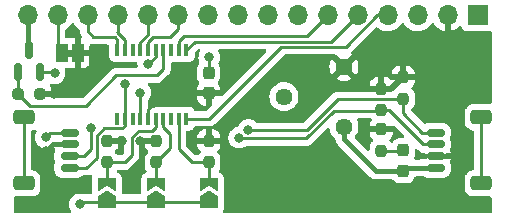
<source format=gbr>
%TF.GenerationSoftware,KiCad,Pcbnew,(6.0.11-0)*%
%TF.CreationDate,2023-01-30T18:53:32-05:00*%
%TF.ProjectId,LCD-StemmaQT,4c43442d-5374-4656-9d6d-6151542e6b69,1.1.0*%
%TF.SameCoordinates,Original*%
%TF.FileFunction,Copper,L1,Top*%
%TF.FilePolarity,Positive*%
%FSLAX46Y46*%
G04 Gerber Fmt 4.6, Leading zero omitted, Abs format (unit mm)*
G04 Created by KiCad (PCBNEW (6.0.11-0)) date 2023-01-30 18:53:32*
%MOMM*%
%LPD*%
G01*
G04 APERTURE LIST*
G04 Aperture macros list*
%AMRoundRect*
0 Rectangle with rounded corners*
0 $1 Rounding radius*
0 $2 $3 $4 $5 $6 $7 $8 $9 X,Y pos of 4 corners*
0 Add a 4 corners polygon primitive as box body*
4,1,4,$2,$3,$4,$5,$6,$7,$8,$9,$2,$3,0*
0 Add four circle primitives for the rounded corners*
1,1,$1+$1,$2,$3*
1,1,$1+$1,$4,$5*
1,1,$1+$1,$6,$7*
1,1,$1+$1,$8,$9*
0 Add four rect primitives between the rounded corners*
20,1,$1+$1,$2,$3,$4,$5,0*
20,1,$1+$1,$4,$5,$6,$7,0*
20,1,$1+$1,$6,$7,$8,$9,0*
20,1,$1+$1,$8,$9,$2,$3,0*%
%AMFreePoly0*
4,1,6,1.000000,0.000000,0.500000,-0.750000,-0.500000,-0.750000,-0.500000,0.750000,0.500000,0.750000,1.000000,0.000000,1.000000,0.000000,$1*%
%AMFreePoly1*
4,1,6,0.500000,-0.750000,-0.650000,-0.750000,-0.150000,0.000000,-0.650000,0.750000,0.500000,0.750000,0.500000,-0.750000,0.500000,-0.750000,$1*%
G04 Aperture macros list end*
%TA.AperFunction,SMDPad,CuDef*%
%ADD10R,0.400000X1.000000*%
%TD*%
%TA.AperFunction,SMDPad,CuDef*%
%ADD11FreePoly0,90.000000*%
%TD*%
%TA.AperFunction,SMDPad,CuDef*%
%ADD12FreePoly1,90.000000*%
%TD*%
%TA.AperFunction,SMDPad,CuDef*%
%ADD13RoundRect,0.237500X0.237500X-0.300000X0.237500X0.300000X-0.237500X0.300000X-0.237500X-0.300000X0*%
%TD*%
%TA.AperFunction,SMDPad,CuDef*%
%ADD14RoundRect,0.237500X-0.237500X0.250000X-0.237500X-0.250000X0.237500X-0.250000X0.237500X0.250000X0*%
%TD*%
%TA.AperFunction,SMDPad,CuDef*%
%ADD15R,1.000000X1.500000*%
%TD*%
%TA.AperFunction,SMDPad,CuDef*%
%ADD16RoundRect,0.150000X-0.625000X0.150000X-0.625000X-0.150000X0.625000X-0.150000X0.625000X0.150000X0*%
%TD*%
%TA.AperFunction,SMDPad,CuDef*%
%ADD17RoundRect,0.250000X-0.650000X0.350000X-0.650000X-0.350000X0.650000X-0.350000X0.650000X0.350000X0*%
%TD*%
%TA.AperFunction,ComponentPad*%
%ADD18C,1.440000*%
%TD*%
%TA.AperFunction,SMDPad,CuDef*%
%ADD19RoundRect,0.150000X0.625000X-0.150000X0.625000X0.150000X-0.625000X0.150000X-0.625000X-0.150000X0*%
%TD*%
%TA.AperFunction,SMDPad,CuDef*%
%ADD20RoundRect,0.250000X0.650000X-0.350000X0.650000X0.350000X-0.650000X0.350000X-0.650000X-0.350000X0*%
%TD*%
%TA.AperFunction,SMDPad,CuDef*%
%ADD21RoundRect,0.237500X0.237500X-0.287500X0.237500X0.287500X-0.237500X0.287500X-0.237500X-0.287500X0*%
%TD*%
%TA.AperFunction,SMDPad,CuDef*%
%ADD22RoundRect,0.150000X0.150000X-0.587500X0.150000X0.587500X-0.150000X0.587500X-0.150000X-0.587500X0*%
%TD*%
%TA.AperFunction,SMDPad,CuDef*%
%ADD23RoundRect,0.237500X0.250000X0.237500X-0.250000X0.237500X-0.250000X-0.237500X0.250000X-0.237500X0*%
%TD*%
%TA.AperFunction,ComponentPad*%
%ADD24R,1.700000X1.700000*%
%TD*%
%TA.AperFunction,ComponentPad*%
%ADD25O,1.700000X1.700000*%
%TD*%
%TA.AperFunction,ViaPad*%
%ADD26C,0.800000*%
%TD*%
%TA.AperFunction,Conductor*%
%ADD27C,0.500000*%
%TD*%
%TA.AperFunction,Conductor*%
%ADD28C,0.250000*%
%TD*%
%TA.AperFunction,Conductor*%
%ADD29C,0.400000*%
%TD*%
G04 APERTURE END LIST*
%TO.C,JP104*%
G36*
X140633200Y-87752600D02*
G01*
X140133200Y-87752600D01*
X140133200Y-87152600D01*
X140633200Y-87152600D01*
X140633200Y-87752600D01*
G37*
%TD*%
D10*
%TO.P,U101,1,~{INT}*%
%TO.N,unconnected-(U101-Pad1)*%
X144400000Y-93000000D03*
%TO.P,U101,2,SCL*%
%TO.N,/SCL*%
X145050000Y-93000000D03*
%TO.P,U101,3,NC*%
%TO.N,unconnected-(U101-Pad3)*%
X145700000Y-93000000D03*
%TO.P,U101,4,SDA*%
%TO.N,/SDA*%
X146350000Y-93000000D03*
%TO.P,U101,5,VDD*%
%TO.N,VCC*%
X147000000Y-93000000D03*
%TO.P,U101,6,A0*%
%TO.N,/A0*%
X147650000Y-93000000D03*
%TO.P,U101,7,A1*%
%TO.N,/A1*%
X148300000Y-93000000D03*
%TO.P,U101,8,NC*%
%TO.N,unconnected-(U101-Pad8)*%
X148950000Y-93000000D03*
%TO.P,U101,9,A2*%
%TO.N,/A2*%
X149600000Y-93000000D03*
%TO.P,U101,10,P0*%
%TO.N,/RS*%
X150250000Y-93000000D03*
%TO.P,U101,11,P1*%
%TO.N,/RW*%
X150250000Y-87200000D03*
%TO.P,U101,12,P2*%
%TO.N,/CS*%
X149600000Y-87200000D03*
%TO.P,U101,13,NC*%
%TO.N,unconnected-(U101-Pad13)*%
X148950000Y-87200000D03*
%TO.P,U101,14,P3*%
%TO.N,/LCD_BL*%
X148300000Y-87200000D03*
%TO.P,U101,15,VSS*%
%TO.N,GND*%
X147650000Y-87200000D03*
%TO.P,U101,16,P4*%
%TO.N,/DB4*%
X147000000Y-87200000D03*
%TO.P,U101,17,P5*%
%TO.N,/DB5*%
X146350000Y-87200000D03*
%TO.P,U101,18,NC*%
%TO.N,unconnected-(U101-Pad18)*%
X145700000Y-87200000D03*
%TO.P,U101,19,P6*%
%TO.N,/DB6*%
X145050000Y-87200000D03*
%TO.P,U101,20,P7*%
%TO.N,/DB7*%
X144400000Y-87200000D03*
%TD*%
D11*
%TO.P,JP102,1,A*%
%TO.N,GND*%
X147700000Y-100025000D03*
D12*
%TO.P,JP102,2,B*%
%TO.N,/A1*%
X147700000Y-98575000D03*
%TD*%
D13*
%TO.P,C101,1*%
%TO.N,VCC*%
X152125000Y-90862500D03*
%TO.P,C101,2*%
%TO.N,GND*%
X152125000Y-89137500D03*
%TD*%
D14*
%TO.P,R102,1*%
%TO.N,VCC*%
X166746550Y-93902300D03*
%TO.P,R102,2*%
%TO.N,Net-(D101-Pad2)*%
X166746550Y-95727300D03*
%TD*%
D15*
%TO.P,JP104,1,A*%
%TO.N,VCC*%
X141033200Y-87452600D03*
%TO.P,JP104,2,B*%
%TO.N,/LCD_A*%
X139733200Y-87452600D03*
%TD*%
D11*
%TO.P,JP101,1,A*%
%TO.N,GND*%
X143500000Y-100025000D03*
D12*
%TO.P,JP101,2,B*%
%TO.N,/A0*%
X143500000Y-98575000D03*
%TD*%
D16*
%TO.P,J104,1,GND*%
%TO.N,GND*%
X140351200Y-94182200D03*
%TO.P,J104,2,VCC*%
%TO.N,VCC*%
X140351200Y-95182200D03*
%TO.P,J104,3,SDA*%
%TO.N,/SDA*%
X140351200Y-96182200D03*
%TO.P,J104,4,SCL*%
%TO.N,/SCL*%
X140351200Y-97182200D03*
D17*
%TO.P,J104,MP,MP*%
%TO.N,unconnected-(J104-PadMP)*%
X136476200Y-98482200D03*
X136476200Y-92882200D03*
%TD*%
D14*
%TO.P,R107,1*%
%TO.N,VCC*%
X166746550Y-90452300D03*
%TO.P,R107,2*%
%TO.N,/SDA*%
X166746550Y-92277300D03*
%TD*%
%TO.P,R103,1*%
%TO.N,VCC*%
X143500000Y-94887500D03*
%TO.P,R103,2*%
%TO.N,/A0*%
X143500000Y-96712500D03*
%TD*%
D18*
%TO.P,RV101,1,1*%
%TO.N,VCC*%
X163580000Y-88610000D03*
%TO.P,RV101,2,2*%
%TO.N,/LCD_VO*%
X158500000Y-91150000D03*
%TO.P,RV101,3,3*%
%TO.N,GND*%
X163580000Y-93690000D03*
%TD*%
D19*
%TO.P,J101,1,GND*%
%TO.N,GND*%
X171340550Y-97182200D03*
%TO.P,J101,2,VCC*%
%TO.N,VCC*%
X171340550Y-96182200D03*
%TO.P,J101,3,SDA*%
%TO.N,/SDA*%
X171340550Y-95182200D03*
%TO.P,J101,4,SCL*%
%TO.N,/SCL*%
X171340550Y-94182200D03*
D20*
%TO.P,J101,MP,MP*%
%TO.N,unconnected-(J101-PadMP)*%
X175215550Y-98482200D03*
X175215550Y-92882200D03*
%TD*%
D21*
%TO.P,D101,1,K*%
%TO.N,GND*%
X168602600Y-97446200D03*
%TO.P,D101,2,A*%
%TO.N,Net-(D101-Pad2)*%
X168602600Y-95696200D03*
%TD*%
D22*
%TO.P,Q101,1,B*%
%TO.N,/LCD_BL*%
X135950000Y-89050000D03*
%TO.P,Q101,2,E*%
%TO.N,GND*%
X137850000Y-89050000D03*
%TO.P,Q101,3,C*%
%TO.N,/LCD_K*%
X136900000Y-87175000D03*
%TD*%
D23*
%TO.P,R101,1*%
%TO.N,VCC*%
X137815900Y-90907000D03*
%TO.P,R101,2*%
%TO.N,/LCD_BL*%
X135990900Y-90907000D03*
%TD*%
D14*
%TO.P,R105,1*%
%TO.N,VCC*%
X152150000Y-94887500D03*
%TO.P,R105,2*%
%TO.N,/A2*%
X152150000Y-96712500D03*
%TD*%
%TO.P,R106,1*%
%TO.N,VCC*%
X168596550Y-89502300D03*
%TO.P,R106,2*%
%TO.N,/SCL*%
X168596550Y-91327300D03*
%TD*%
%TO.P,R104,1*%
%TO.N,VCC*%
X147700000Y-94887500D03*
%TO.P,R104,2*%
%TO.N,/A1*%
X147700000Y-96712500D03*
%TD*%
D11*
%TO.P,JP103,1,A*%
%TO.N,GND*%
X152150000Y-100025000D03*
D12*
%TO.P,JP103,2,B*%
%TO.N,/A2*%
X152150000Y-98575000D03*
%TD*%
D24*
%TO.P,J102,1,Pin_1*%
%TO.N,GND*%
X174900000Y-84250000D03*
D25*
%TO.P,J102,2,Pin_2*%
%TO.N,VCC*%
X172360000Y-84250000D03*
%TO.P,J102,3,Pin_3*%
%TO.N,/LCD_VO*%
X169820000Y-84250000D03*
%TO.P,J102,4,Pin_4*%
%TO.N,/RS*%
X167280000Y-84250000D03*
%TO.P,J102,5,Pin_5*%
%TO.N,/RW*%
X164740000Y-84250000D03*
%TO.P,J102,6,Pin_6*%
%TO.N,/CS*%
X162200000Y-84250000D03*
%TO.P,J102,7,Pin_7*%
%TO.N,unconnected-(J102-Pad7)*%
X159660000Y-84250000D03*
%TO.P,J102,8,Pin_8*%
%TO.N,unconnected-(J102-Pad8)*%
X157120000Y-84250000D03*
%TO.P,J102,9,Pin_9*%
%TO.N,unconnected-(J102-Pad9)*%
X154580000Y-84250000D03*
%TO.P,J102,10,Pin_10*%
%TO.N,unconnected-(J102-Pad10)*%
X152040000Y-84250000D03*
%TO.P,J102,11,Pin_11*%
%TO.N,/DB4*%
X149500000Y-84250000D03*
%TO.P,J102,12,Pin_12*%
%TO.N,/DB5*%
X146960000Y-84250000D03*
%TO.P,J102,13,Pin_13*%
%TO.N,/DB6*%
X144420000Y-84250000D03*
%TO.P,J102,14,Pin_14*%
%TO.N,/DB7*%
X141880000Y-84250000D03*
%TO.P,J102,15,Pin_15*%
%TO.N,/LCD_A*%
X139340000Y-84250000D03*
%TO.P,J102,16,Pin_16*%
%TO.N,/LCD_K*%
X136800000Y-84250000D03*
%TD*%
D26*
%TO.N,VCC*%
X165249800Y-93955000D03*
X150900000Y-94900000D03*
X139062400Y-90907000D03*
X146350000Y-94900000D03*
X144802800Y-94894800D03*
X147525000Y-91700000D03*
X138325800Y-95783800D03*
%TO.N,GND*%
X141221400Y-100254200D03*
X147012600Y-88392400D03*
X139087800Y-89179800D03*
X152175000Y-87825000D03*
X138325800Y-94590000D03*
%TO.N,/SCL*%
X155494227Y-93950500D03*
X145025000Y-90075000D03*
%TO.N,/SDA*%
X146325000Y-90799500D03*
X154704457Y-94616212D03*
X142186600Y-93777200D03*
%TD*%
D27*
%TO.N,VCC*%
X166746550Y-90527300D02*
X167571550Y-90527300D01*
D28*
X165302500Y-93902300D02*
X165249800Y-93955000D01*
X152150000Y-94887500D02*
X150912500Y-94887500D01*
X147000000Y-92225000D02*
X147537500Y-91687500D01*
D29*
X143500000Y-94887500D02*
X144795500Y-94887500D01*
X140351200Y-95182200D02*
X138927400Y-95182200D01*
D28*
X147000000Y-93000000D02*
X147000000Y-92225000D01*
X166746550Y-93902300D02*
X165302500Y-93902300D01*
D29*
X138927400Y-95182200D02*
X138325800Y-95783800D01*
X137815900Y-90907000D02*
X139062400Y-90907000D01*
D28*
X147700000Y-94887500D02*
X146362500Y-94887500D01*
X144795500Y-94887500D02*
X144802800Y-94894800D01*
D27*
X167571550Y-90527300D02*
X168596550Y-89502300D01*
D28*
X150912500Y-94887500D02*
X150900000Y-94900000D01*
X166727800Y-90546050D02*
X166746550Y-90527300D01*
X147537500Y-91687500D02*
X147525000Y-91700000D01*
X146362500Y-94887500D02*
X146350000Y-94900000D01*
%TO.N,GND*%
X138733600Y-94182200D02*
X138325800Y-94590000D01*
D29*
X171340550Y-97182200D02*
X168866600Y-97182200D01*
D28*
X149950000Y-100025000D02*
X152150000Y-100025000D01*
D29*
X168602600Y-97446200D02*
X166317967Y-97446200D01*
D28*
X143500000Y-100025000D02*
X141450600Y-100025000D01*
X152125000Y-89137500D02*
X152125000Y-87875000D01*
X140351200Y-94182200D02*
X138733600Y-94182200D01*
X152125000Y-87875000D02*
X152175000Y-87825000D01*
X147650000Y-87755000D02*
X147650000Y-87200000D01*
X168866600Y-97182200D02*
X168602600Y-97446200D01*
X143500000Y-100025000D02*
X145525000Y-100025000D01*
X147700000Y-100025000D02*
X149950000Y-100025000D01*
D29*
X163580000Y-94708233D02*
X163580000Y-93690000D01*
D28*
X145525000Y-100025000D02*
X147700000Y-100025000D01*
X138958000Y-89050000D02*
X137850000Y-89050000D01*
X139087800Y-89179800D02*
X138958000Y-89050000D01*
D29*
X166317967Y-97446200D02*
X163580000Y-94708233D01*
D28*
X147012600Y-88392400D02*
X147650000Y-87755000D01*
X141450600Y-100025000D02*
X141221400Y-100254200D01*
%TO.N,Net-(D101-Pad2)*%
X168571500Y-95727300D02*
X168602600Y-95696200D01*
X166746550Y-95727300D02*
X168571500Y-95727300D01*
%TO.N,/SCL*%
X168565100Y-91375000D02*
X168567000Y-91373100D01*
X141778800Y-97182200D02*
X142636600Y-96324400D01*
X162551104Y-91887500D02*
X160463604Y-93975000D01*
X145050000Y-93606200D02*
X145050000Y-93000000D01*
X168548850Y-91375000D02*
X168596550Y-91327300D01*
X162562500Y-91887500D02*
X162551104Y-91887500D01*
X142636600Y-96324400D02*
X142636600Y-94444800D01*
X143256400Y-93825000D02*
X144831200Y-93825000D01*
X142636600Y-94444800D02*
X143256400Y-93825000D01*
X155518727Y-93975000D02*
X155494227Y-93950500D01*
X160463604Y-93975000D02*
X155518727Y-93975000D01*
X140351200Y-97182200D02*
X141778800Y-97182200D01*
X144831200Y-93825000D02*
X145050000Y-93606200D01*
X171340550Y-94182200D02*
X170226800Y-94182200D01*
X168596550Y-92551950D02*
X168596550Y-91327300D01*
X145050000Y-93000000D02*
X145050000Y-90100000D01*
X163075000Y-91375000D02*
X162562500Y-91887500D01*
X163075000Y-91375000D02*
X168548850Y-91375000D01*
X170226800Y-94182200D02*
X168596550Y-92551950D01*
X145050000Y-90100000D02*
X145025000Y-90075000D01*
%TO.N,/SDA*%
X166700750Y-92323100D02*
X166746550Y-92277300D01*
X154763245Y-94675000D02*
X154704457Y-94616212D01*
X141585000Y-96182200D02*
X140351200Y-96182200D01*
X142186600Y-93777200D02*
X142186600Y-95580600D01*
X160400000Y-94675000D02*
X154763245Y-94675000D01*
X166746550Y-92277300D02*
X167382100Y-92277300D01*
X146325000Y-90799500D02*
X146325000Y-92975000D01*
X146325000Y-92975000D02*
X146350000Y-93000000D01*
X162751900Y-92323100D02*
X160400000Y-94675000D01*
X170287000Y-95182200D02*
X171340550Y-95182200D01*
X162751900Y-92323100D02*
X166700750Y-92323100D01*
X142186600Y-95580600D02*
X141585000Y-96182200D01*
X167382100Y-92277300D02*
X170287000Y-95182200D01*
%TO.N,/A0*%
X143500000Y-96712500D02*
X143500000Y-98575000D01*
X147650000Y-93750000D02*
X147375000Y-94025000D01*
X146199695Y-94025000D02*
X145625000Y-94599695D01*
X145625000Y-96104600D02*
X145017100Y-96712500D01*
X145625000Y-94599695D02*
X145625000Y-96104600D01*
X147650000Y-93000000D02*
X147650000Y-93750000D01*
X145017100Y-96712500D02*
X143500000Y-96712500D01*
X147375000Y-94025000D02*
X146199695Y-94025000D01*
%TO.N,/A1*%
X147700000Y-96712500D02*
X148900000Y-95512500D01*
X148900000Y-94300000D02*
X148300000Y-93700000D01*
X148300000Y-93700000D02*
X148300000Y-93000000D01*
X148900000Y-95512500D02*
X148900000Y-94300000D01*
X147700000Y-96712500D02*
X147700000Y-98575000D01*
%TO.N,/A2*%
X149600000Y-95600000D02*
X149600000Y-93000000D01*
X150712500Y-96712500D02*
X149600000Y-95600000D01*
X152150000Y-96712500D02*
X150712500Y-96712500D01*
X152125000Y-96712500D02*
X152125000Y-98575000D01*
%TO.N,/LCD_BL*%
X137006900Y-91923000D02*
X141754800Y-91923000D01*
X135950000Y-89050000D02*
X135950000Y-90866100D01*
X135990900Y-90907000D02*
X137006900Y-91923000D01*
X141754800Y-91923000D02*
X144327800Y-89350000D01*
X147731400Y-89350000D02*
X148300000Y-88781400D01*
X148300000Y-88781400D02*
X148300000Y-87200000D01*
X144327800Y-89350000D02*
X147731400Y-89350000D01*
X135950000Y-90866100D02*
X135990900Y-90907000D01*
%TO.N,/LCD_K*%
X136800000Y-87075000D02*
X136900000Y-87175000D01*
D29*
X136800000Y-84250000D02*
X136800000Y-87075000D01*
D28*
%TO.N,/RS*%
X152200000Y-93000000D02*
X150250000Y-93000000D01*
X163750000Y-86925000D02*
X158275000Y-86925000D01*
X158275000Y-86925000D02*
X152200000Y-93000000D01*
X166425000Y-84250000D02*
X163750000Y-86925000D01*
X167280000Y-84250000D02*
X166425000Y-84250000D01*
%TO.N,/RW*%
X162515000Y-86475000D02*
X164740000Y-84250000D01*
X150975000Y-86475000D02*
X162515000Y-86475000D01*
X150250000Y-87200000D02*
X150975000Y-86475000D01*
%TO.N,/CS*%
X160425000Y-86025000D02*
X162200000Y-84250000D01*
X150025000Y-86025000D02*
X160425000Y-86025000D01*
X149600000Y-86450000D02*
X150025000Y-86025000D01*
X149600000Y-87200000D02*
X149600000Y-86450000D01*
%TO.N,/DB4*%
X148875000Y-86050000D02*
X149500000Y-85425000D01*
X147000000Y-87200000D02*
X147000000Y-86500000D01*
X147450000Y-86050000D02*
X148875000Y-86050000D01*
X149500000Y-85425000D02*
X149500000Y-84250000D01*
X147000000Y-86500000D02*
X147450000Y-86050000D01*
%TO.N,/DB5*%
X146350000Y-86513604D02*
X146960000Y-85903604D01*
X146960000Y-85903604D02*
X146960000Y-84250000D01*
X146350000Y-87200000D02*
X146350000Y-86513604D01*
%TO.N,/DB6*%
X144420000Y-85655000D02*
X144420000Y-84250000D01*
X145050000Y-86325000D02*
X144400000Y-85675000D01*
X144400000Y-85675000D02*
X144420000Y-85655000D01*
X145050000Y-87200000D02*
X145050000Y-86325000D01*
%TO.N,/DB7*%
X142350000Y-86075000D02*
X141880000Y-85605000D01*
X141880000Y-85605000D02*
X141880000Y-84250000D01*
X144163604Y-86075000D02*
X142350000Y-86075000D01*
X144400000Y-87200000D02*
X144400000Y-86311396D01*
X144400000Y-86311396D02*
X144163604Y-86075000D01*
%TO.N,/LCD_A*%
X139340000Y-84250000D02*
X139340000Y-87059400D01*
X139340000Y-87059400D02*
X139733200Y-87452600D01*
%TO.N,unconnected-(J101-PadMP)*%
X175215550Y-92882200D02*
X175215550Y-98482200D01*
%TO.N,unconnected-(J104-PadMP)*%
X136476200Y-92882200D02*
X136476200Y-98482200D01*
%TD*%
%TA.AperFunction,Conductor*%
%TO.N,VCC*%
G36*
X172556121Y-84016002D02*
G01*
X172602614Y-84069658D01*
X172614000Y-84122000D01*
X172614000Y-85568517D01*
X172618064Y-85582359D01*
X172631478Y-85584393D01*
X172638184Y-85583534D01*
X172648262Y-85581392D01*
X172852255Y-85520191D01*
X172861842Y-85516433D01*
X173053095Y-85422739D01*
X173061945Y-85417464D01*
X173235328Y-85293792D01*
X173243193Y-85287145D01*
X173347897Y-85182805D01*
X173410268Y-85148889D01*
X173481075Y-85154077D01*
X173537837Y-85196723D01*
X173554819Y-85227826D01*
X173571592Y-85272568D01*
X173599385Y-85346705D01*
X173686739Y-85463261D01*
X173803295Y-85550615D01*
X173939684Y-85601745D01*
X174001866Y-85608500D01*
X175798134Y-85608500D01*
X175860316Y-85601745D01*
X175921271Y-85578894D01*
X175992077Y-85573711D01*
X176054446Y-85607631D01*
X176088575Y-85669887D01*
X176091500Y-85696876D01*
X176091500Y-91652117D01*
X176071498Y-91720238D01*
X176017842Y-91766731D01*
X175952657Y-91777461D01*
X175915950Y-91773700D01*
X174515150Y-91773700D01*
X174511904Y-91774037D01*
X174511900Y-91774037D01*
X174416242Y-91783962D01*
X174416238Y-91783963D01*
X174409384Y-91784674D01*
X174402848Y-91786855D01*
X174402846Y-91786855D01*
X174270744Y-91830928D01*
X174241604Y-91840650D01*
X174091202Y-91933722D01*
X173966245Y-92058897D01*
X173962405Y-92065127D01*
X173962404Y-92065128D01*
X173900269Y-92165930D01*
X173873435Y-92209462D01*
X173869841Y-92220299D01*
X173821867Y-92364937D01*
X173817753Y-92377339D01*
X173817053Y-92384175D01*
X173817052Y-92384178D01*
X173813184Y-92421931D01*
X173807050Y-92481800D01*
X173807050Y-93282600D01*
X173807387Y-93285846D01*
X173807387Y-93285850D01*
X173816755Y-93376133D01*
X173818024Y-93388366D01*
X173820205Y-93394902D01*
X173820205Y-93394904D01*
X173856506Y-93503709D01*
X173874000Y-93556146D01*
X173967072Y-93706548D01*
X174092247Y-93831505D01*
X174098477Y-93835345D01*
X174098478Y-93835346D01*
X174221429Y-93911134D01*
X174242812Y-93924315D01*
X174296906Y-93942257D01*
X174404161Y-93977832D01*
X174404163Y-93977832D01*
X174410689Y-93979997D01*
X174417525Y-93980697D01*
X174417528Y-93980698D01*
X174468894Y-93985961D01*
X174534621Y-94012803D01*
X174575402Y-94070918D01*
X174582050Y-94111305D01*
X174582050Y-97253156D01*
X174562048Y-97321277D01*
X174508392Y-97367770D01*
X174469054Y-97378483D01*
X174456972Y-97379736D01*
X174416243Y-97383962D01*
X174416240Y-97383963D01*
X174409384Y-97384674D01*
X174402848Y-97386855D01*
X174402846Y-97386855D01*
X174304524Y-97419658D01*
X174241604Y-97440650D01*
X174091202Y-97533722D01*
X173966245Y-97658897D01*
X173962405Y-97665127D01*
X173962404Y-97665128D01*
X173912456Y-97746159D01*
X173873435Y-97809462D01*
X173859643Y-97851044D01*
X173829692Y-97941345D01*
X173817753Y-97977339D01*
X173817053Y-97984175D01*
X173817052Y-97984178D01*
X173814547Y-98008627D01*
X173807050Y-98081800D01*
X173807050Y-98882600D01*
X173818024Y-98988366D01*
X173874000Y-99156146D01*
X173967072Y-99306548D01*
X174092247Y-99431505D01*
X174098477Y-99435345D01*
X174098478Y-99435346D01*
X174235640Y-99519894D01*
X174242812Y-99524315D01*
X174250817Y-99526970D01*
X174404161Y-99577832D01*
X174404163Y-99577832D01*
X174410689Y-99579997D01*
X174417525Y-99580697D01*
X174417528Y-99580698D01*
X174460581Y-99585109D01*
X174515150Y-99590700D01*
X175915950Y-99590700D01*
X175919196Y-99590363D01*
X175919200Y-99590363D01*
X175944054Y-99587784D01*
X175952496Y-99586908D01*
X176022317Y-99599773D01*
X176074100Y-99648343D01*
X176091500Y-99712235D01*
X176091500Y-100890500D01*
X176071498Y-100958621D01*
X176017842Y-101005114D01*
X175965500Y-101016500D01*
X153422856Y-101016500D01*
X153354735Y-100996498D01*
X153308242Y-100942842D01*
X153298138Y-100872568D01*
X153322988Y-100818155D01*
X153321402Y-100817135D01*
X153326274Y-100809555D01*
X153332176Y-100802743D01*
X153392919Y-100669734D01*
X153413729Y-100525000D01*
X153413729Y-99525000D01*
X153413407Y-99519894D01*
X153410066Y-99466920D01*
X153410065Y-99466916D01*
X153409657Y-99460443D01*
X153397075Y-99414768D01*
X153393833Y-99363375D01*
X153396177Y-99347072D01*
X153413729Y-99225000D01*
X153413729Y-98075000D01*
X153409599Y-98017261D01*
X153408982Y-98008627D01*
X153408982Y-98008626D01*
X153408500Y-98001889D01*
X153375852Y-97890700D01*
X153369843Y-97870235D01*
X153369842Y-97870233D01*
X153367304Y-97861589D01*
X153339068Y-97817653D01*
X153293122Y-97746159D01*
X153293120Y-97746156D01*
X153288250Y-97738579D01*
X153266496Y-97719729D01*
X153184555Y-97648726D01*
X153184552Y-97648724D01*
X153177743Y-97642824D01*
X153169545Y-97639080D01*
X153047498Y-97583343D01*
X152993842Y-97536850D01*
X152973840Y-97468729D01*
X152992580Y-97402613D01*
X153064369Y-97286150D01*
X153064370Y-97286148D01*
X153068209Y-97279920D01*
X153122974Y-97114809D01*
X153133500Y-97012072D01*
X153133500Y-96412928D01*
X153129735Y-96376638D01*
X153123419Y-96315765D01*
X153123418Y-96315761D01*
X153122707Y-96308907D01*
X153117887Y-96294458D01*
X153069972Y-96150841D01*
X153067654Y-96143893D01*
X152976116Y-95995969D01*
X152868859Y-95888899D01*
X152834780Y-95826618D01*
X152839783Y-95755798D01*
X152868704Y-95710709D01*
X152971363Y-95607871D01*
X152980375Y-95596460D01*
X153063912Y-95460937D01*
X153070056Y-95447759D01*
X153120315Y-95296234D01*
X153123181Y-95282868D01*
X153132672Y-95190230D01*
X153133000Y-95183815D01*
X153133000Y-95159615D01*
X153128525Y-95144376D01*
X153127135Y-95143171D01*
X153119452Y-95141500D01*
X151185115Y-95141500D01*
X151169876Y-95145975D01*
X151168671Y-95147365D01*
X151167000Y-95155048D01*
X151167000Y-95183766D01*
X151167337Y-95190282D01*
X151177075Y-95284132D01*
X151179968Y-95297528D01*
X151230488Y-95448953D01*
X151236653Y-95462115D01*
X151320426Y-95597492D01*
X151329460Y-95608890D01*
X151431140Y-95710393D01*
X151465219Y-95772676D01*
X151460216Y-95843496D01*
X151431296Y-95888583D01*
X151323071Y-95996997D01*
X151319233Y-96003224D01*
X151319231Y-96003226D01*
X151309436Y-96019116D01*
X151256664Y-96066609D01*
X151202176Y-96079000D01*
X151027095Y-96079000D01*
X150958974Y-96058998D01*
X150937999Y-96042095D01*
X150270404Y-95374499D01*
X150236379Y-95312187D01*
X150233500Y-95285404D01*
X150233500Y-94615385D01*
X151167000Y-94615385D01*
X151171475Y-94630624D01*
X151172865Y-94631829D01*
X151180548Y-94633500D01*
X151877885Y-94633500D01*
X151893124Y-94629025D01*
X151894329Y-94627635D01*
X151896000Y-94619952D01*
X151896000Y-94615385D01*
X152404000Y-94615385D01*
X152408475Y-94630624D01*
X152409865Y-94631829D01*
X152417548Y-94633500D01*
X153114885Y-94633500D01*
X153130124Y-94629025D01*
X153131329Y-94627635D01*
X153133000Y-94619952D01*
X153133000Y-94616212D01*
X153790953Y-94616212D01*
X153791643Y-94622777D01*
X153809970Y-94797146D01*
X153810915Y-94806140D01*
X153869930Y-94987768D01*
X153965417Y-95153156D01*
X153969835Y-95158063D01*
X153969836Y-95158064D01*
X154088782Y-95290167D01*
X154093204Y-95295078D01*
X154184126Y-95361137D01*
X154235830Y-95398702D01*
X154247705Y-95407330D01*
X154253733Y-95410014D01*
X154253735Y-95410015D01*
X154416138Y-95482321D01*
X154422169Y-95485006D01*
X154515569Y-95504859D01*
X154602513Y-95523340D01*
X154602518Y-95523340D01*
X154608970Y-95524712D01*
X154799944Y-95524712D01*
X154806396Y-95523340D01*
X154806401Y-95523340D01*
X154893344Y-95504859D01*
X154986745Y-95485006D01*
X154992776Y-95482321D01*
X155155179Y-95410015D01*
X155155181Y-95410014D01*
X155161209Y-95407330D01*
X155173085Y-95398702D01*
X155264115Y-95332564D01*
X155330982Y-95308706D01*
X155338176Y-95308500D01*
X160321233Y-95308500D01*
X160332416Y-95309027D01*
X160339909Y-95310702D01*
X160347835Y-95310453D01*
X160347836Y-95310453D01*
X160407986Y-95308562D01*
X160411945Y-95308500D01*
X160439856Y-95308500D01*
X160443791Y-95308003D01*
X160443856Y-95307995D01*
X160455693Y-95307062D01*
X160487951Y-95306048D01*
X160491970Y-95305922D01*
X160499889Y-95305673D01*
X160519343Y-95300021D01*
X160538700Y-95296013D01*
X160550930Y-95294468D01*
X160550931Y-95294468D01*
X160558797Y-95293474D01*
X160566168Y-95290555D01*
X160566170Y-95290555D01*
X160599912Y-95277196D01*
X160611142Y-95273351D01*
X160645983Y-95263229D01*
X160645984Y-95263229D01*
X160653593Y-95261018D01*
X160660412Y-95256985D01*
X160660417Y-95256983D01*
X160671028Y-95250707D01*
X160688776Y-95242012D01*
X160707617Y-95234552D01*
X160743387Y-95208564D01*
X160753307Y-95202048D01*
X160784535Y-95183580D01*
X160784538Y-95183578D01*
X160791362Y-95179542D01*
X160805683Y-95165221D01*
X160820717Y-95152380D01*
X160827519Y-95147438D01*
X160837107Y-95140472D01*
X160865298Y-95106395D01*
X160873288Y-95097616D01*
X162150439Y-93820466D01*
X162212751Y-93786440D01*
X162283567Y-93791505D01*
X162340402Y-93834052D01*
X162363086Y-93893423D01*
X162364107Y-93893243D01*
X162365041Y-93898538D01*
X162365054Y-93898573D01*
X162365061Y-93898653D01*
X162365063Y-93898662D01*
X162365542Y-93904142D01*
X162366966Y-93909455D01*
X162366966Y-93909457D01*
X162409014Y-94066379D01*
X162421178Y-94111777D01*
X162423500Y-94116757D01*
X162423501Y-94116759D01*
X162507861Y-94297668D01*
X162512024Y-94306596D01*
X162635319Y-94482681D01*
X162787319Y-94634681D01*
X162791831Y-94637841D01*
X162791833Y-94637842D01*
X162814897Y-94653992D01*
X162859225Y-94709449D01*
X162867287Y-94745412D01*
X162867275Y-94745585D01*
X162878261Y-94808532D01*
X162879223Y-94815054D01*
X162886898Y-94878475D01*
X162889581Y-94885576D01*
X162890222Y-94888185D01*
X162894685Y-94904495D01*
X162895450Y-94907031D01*
X162896757Y-94914517D01*
X162920309Y-94968168D01*
X162922442Y-94973028D01*
X162924933Y-94979132D01*
X162947513Y-95038889D01*
X162951817Y-95045152D01*
X162953054Y-95047518D01*
X162961299Y-95062330D01*
X162962632Y-95064584D01*
X162965685Y-95071538D01*
X163004022Y-95121498D01*
X163004579Y-95122224D01*
X163008459Y-95127565D01*
X163040339Y-95173953D01*
X163040344Y-95173958D01*
X163044643Y-95180214D01*
X163050313Y-95185265D01*
X163050314Y-95185267D01*
X163091170Y-95221668D01*
X163096446Y-95226649D01*
X165796517Y-97926720D01*
X165802371Y-97932985D01*
X165840406Y-97976585D01*
X165857028Y-97988267D01*
X165892686Y-98013328D01*
X165897981Y-98017261D01*
X165948249Y-98056676D01*
X165955165Y-98059799D01*
X165957451Y-98061183D01*
X165972132Y-98069557D01*
X165974492Y-98070822D01*
X165980706Y-98075190D01*
X165987785Y-98077950D01*
X165987787Y-98077951D01*
X166040242Y-98098402D01*
X166046311Y-98100953D01*
X166104540Y-98127245D01*
X166112013Y-98128630D01*
X166114579Y-98129434D01*
X166130802Y-98134055D01*
X166133394Y-98134720D01*
X166140476Y-98137482D01*
X166148011Y-98138474D01*
X166203828Y-98145822D01*
X166210344Y-98146854D01*
X166248737Y-98153970D01*
X166273153Y-98158495D01*
X166280733Y-98158058D01*
X166280734Y-98158058D01*
X166335347Y-98154909D01*
X166342600Y-98154700D01*
X167680567Y-98154700D01*
X167748688Y-98174702D01*
X167775980Y-98199417D01*
X167776484Y-98200231D01*
X167781665Y-98205403D01*
X167894416Y-98317958D01*
X167894421Y-98317962D01*
X167899597Y-98323129D01*
X168047680Y-98414409D01*
X168212791Y-98469174D01*
X168219627Y-98469874D01*
X168219630Y-98469875D01*
X168271126Y-98475151D01*
X168315528Y-98479700D01*
X168889672Y-98479700D01*
X168892918Y-98479363D01*
X168892922Y-98479363D01*
X168986835Y-98469619D01*
X168986839Y-98469618D01*
X168993693Y-98468907D01*
X169000229Y-98466726D01*
X169000231Y-98466726D01*
X169132995Y-98422432D01*
X169158707Y-98413854D01*
X169306631Y-98322316D01*
X169311804Y-98317134D01*
X169424358Y-98204384D01*
X169424362Y-98204379D01*
X169429529Y-98199203D01*
X169471777Y-98130664D01*
X169516969Y-98057350D01*
X169516970Y-98057348D01*
X169520809Y-98051120D01*
X169545383Y-97977032D01*
X169585814Y-97918672D01*
X169651379Y-97891436D01*
X169664976Y-97890700D01*
X170331844Y-97890700D01*
X170395981Y-97908245D01*
X170451949Y-97941345D01*
X170459560Y-97943556D01*
X170459562Y-97943557D01*
X170511781Y-97958728D01*
X170611719Y-97987762D01*
X170618124Y-97988266D01*
X170618129Y-97988267D01*
X170646592Y-97990507D01*
X170646600Y-97990507D01*
X170649048Y-97990700D01*
X172032052Y-97990700D01*
X172034500Y-97990507D01*
X172034508Y-97990507D01*
X172062971Y-97988267D01*
X172062976Y-97988266D01*
X172069381Y-97987762D01*
X172169319Y-97958728D01*
X172221538Y-97943557D01*
X172221540Y-97943556D01*
X172229151Y-97941345D01*
X172302824Y-97897775D01*
X172365530Y-97860691D01*
X172365533Y-97860689D01*
X172372357Y-97856653D01*
X172490003Y-97739007D01*
X172494039Y-97732183D01*
X172494041Y-97732180D01*
X172570658Y-97602627D01*
X172574695Y-97595801D01*
X172578315Y-97583343D01*
X172611612Y-97468729D01*
X172621112Y-97436031D01*
X172623516Y-97405497D01*
X172623857Y-97401158D01*
X172623857Y-97401150D01*
X172624050Y-97398702D01*
X172624050Y-96965698D01*
X172621112Y-96928369D01*
X172574695Y-96768599D01*
X172561240Y-96745849D01*
X172543780Y-96677035D01*
X172561239Y-96617570D01*
X172570198Y-96602421D01*
X172576443Y-96587990D01*
X172615489Y-96453595D01*
X172615449Y-96439494D01*
X172608180Y-96436200D01*
X172283120Y-96436200D01*
X172234275Y-96426085D01*
X172229151Y-96423055D01*
X172221543Y-96420845D01*
X172221539Y-96420843D01*
X172136828Y-96396233D01*
X172069381Y-96376638D01*
X172062976Y-96376134D01*
X172062971Y-96376133D01*
X172034508Y-96373893D01*
X172034500Y-96373893D01*
X172032052Y-96373700D01*
X170649048Y-96373700D01*
X170646600Y-96373893D01*
X170646592Y-96373893D01*
X170618129Y-96376133D01*
X170618124Y-96376134D01*
X170611719Y-96376638D01*
X170544272Y-96396233D01*
X170459561Y-96420843D01*
X170459557Y-96420845D01*
X170451949Y-96423055D01*
X170446825Y-96426085D01*
X170397980Y-96436200D01*
X170078672Y-96436200D01*
X170050150Y-96444575D01*
X170012773Y-96468596D01*
X169977274Y-96473700D01*
X169637179Y-96473700D01*
X169569058Y-96453698D01*
X169522565Y-96400042D01*
X169512461Y-96329768D01*
X169520979Y-96301176D01*
X169520809Y-96301120D01*
X169522648Y-96295575D01*
X169541387Y-96239081D01*
X169566167Y-96164369D01*
X169575574Y-96136009D01*
X169586100Y-96033272D01*
X169586100Y-95684217D01*
X169606102Y-95616096D01*
X169659758Y-95569603D01*
X169730032Y-95559499D01*
X169798352Y-95592366D01*
X169844650Y-95635842D01*
X169847493Y-95638598D01*
X169867230Y-95658335D01*
X169870427Y-95660815D01*
X169879447Y-95668518D01*
X169911679Y-95698786D01*
X169918625Y-95702605D01*
X169918628Y-95702607D01*
X169929434Y-95708548D01*
X169945953Y-95719399D01*
X169961959Y-95731814D01*
X169994397Y-95745851D01*
X169998281Y-95747532D01*
X170052855Y-95792943D01*
X170074215Y-95860650D01*
X170069237Y-95898322D01*
X170065611Y-95910804D01*
X170065651Y-95924905D01*
X170072920Y-95928200D01*
X170397980Y-95928200D01*
X170446825Y-95938315D01*
X170451949Y-95941345D01*
X170459557Y-95943555D01*
X170459561Y-95943557D01*
X170535773Y-95965698D01*
X170611719Y-95987762D01*
X170618124Y-95988266D01*
X170618129Y-95988267D01*
X170646592Y-95990507D01*
X170646600Y-95990507D01*
X170649048Y-95990700D01*
X172032052Y-95990700D01*
X172034500Y-95990507D01*
X172034508Y-95990507D01*
X172062971Y-95988267D01*
X172062976Y-95988266D01*
X172069381Y-95987762D01*
X172145327Y-95965698D01*
X172221539Y-95943557D01*
X172221543Y-95943555D01*
X172229151Y-95941345D01*
X172234275Y-95938315D01*
X172283120Y-95928200D01*
X172602428Y-95928200D01*
X172615959Y-95924227D01*
X172617094Y-95916329D01*
X172576443Y-95776410D01*
X172570198Y-95761979D01*
X172561239Y-95746830D01*
X172543780Y-95678014D01*
X172561240Y-95618552D01*
X172574695Y-95595801D01*
X172576965Y-95587990D01*
X172600277Y-95507747D01*
X172621112Y-95436031D01*
X172621624Y-95429536D01*
X172623857Y-95401158D01*
X172623857Y-95401150D01*
X172624050Y-95398702D01*
X172624050Y-94965698D01*
X172623724Y-94961556D01*
X172621617Y-94934779D01*
X172621616Y-94934774D01*
X172621112Y-94928369D01*
X172588379Y-94815700D01*
X172576907Y-94776212D01*
X172576906Y-94776210D01*
X172574695Y-94768599D01*
X172569314Y-94759500D01*
X172561530Y-94746337D01*
X172544072Y-94677521D01*
X172561530Y-94618063D01*
X172570659Y-94602626D01*
X172570660Y-94602624D01*
X172574695Y-94595801D01*
X172586528Y-94555073D01*
X172604813Y-94492132D01*
X172621112Y-94436031D01*
X172621880Y-94426284D01*
X172623857Y-94401158D01*
X172623857Y-94401150D01*
X172624050Y-94398702D01*
X172624050Y-93965698D01*
X172623322Y-93956444D01*
X172621617Y-93934779D01*
X172621616Y-93934774D01*
X172621112Y-93928369D01*
X172574695Y-93768599D01*
X172556772Y-93738293D01*
X172494041Y-93632220D01*
X172494039Y-93632217D01*
X172490003Y-93625393D01*
X172372357Y-93507747D01*
X172365533Y-93503711D01*
X172365530Y-93503709D01*
X172235977Y-93427092D01*
X172235978Y-93427092D01*
X172229151Y-93423055D01*
X172221540Y-93420844D01*
X172221538Y-93420843D01*
X172169221Y-93405644D01*
X172069381Y-93376638D01*
X172062976Y-93376134D01*
X172062971Y-93376133D01*
X172034508Y-93373893D01*
X172034500Y-93373893D01*
X172032052Y-93373700D01*
X170649048Y-93373700D01*
X170646600Y-93373893D01*
X170646592Y-93373893D01*
X170618129Y-93376133D01*
X170618124Y-93376134D01*
X170611719Y-93376638D01*
X170605543Y-93378432D01*
X170605539Y-93378433D01*
X170455013Y-93422164D01*
X170384017Y-93421961D01*
X170330766Y-93390262D01*
X169847538Y-92907034D01*
X169291662Y-92351157D01*
X169257637Y-92288847D01*
X169262702Y-92218032D01*
X169300595Y-92165930D01*
X169300581Y-92165916D01*
X169300668Y-92165829D01*
X169300668Y-92165828D01*
X169335079Y-92131358D01*
X169418308Y-92047984D01*
X169418312Y-92047979D01*
X169423479Y-92042803D01*
X169429629Y-92032826D01*
X169510919Y-91900950D01*
X169510920Y-91900948D01*
X169514759Y-91894720D01*
X169569524Y-91729609D01*
X169580050Y-91626872D01*
X169580050Y-91027728D01*
X169579713Y-91024478D01*
X169569969Y-90930565D01*
X169569968Y-90930561D01*
X169569257Y-90923707D01*
X169562973Y-90904870D01*
X169516522Y-90765641D01*
X169514204Y-90758693D01*
X169422666Y-90610769D01*
X169315409Y-90503699D01*
X169281330Y-90441418D01*
X169286333Y-90370598D01*
X169315254Y-90325509D01*
X169417913Y-90222671D01*
X169426925Y-90211260D01*
X169510462Y-90075737D01*
X169516606Y-90062559D01*
X169566865Y-89911034D01*
X169569731Y-89897668D01*
X169579222Y-89805030D01*
X169579550Y-89798615D01*
X169579550Y-89774415D01*
X169575075Y-89759176D01*
X169573685Y-89757971D01*
X169566002Y-89756300D01*
X167644651Y-89756300D01*
X167576530Y-89736298D01*
X167555633Y-89719473D01*
X167454421Y-89618437D01*
X167443010Y-89609425D01*
X167307487Y-89525888D01*
X167294309Y-89519744D01*
X167142784Y-89469485D01*
X167129418Y-89466619D01*
X167036780Y-89457128D01*
X167030365Y-89456800D01*
X167018665Y-89456800D01*
X167003426Y-89461275D01*
X167002221Y-89462665D01*
X167000550Y-89470348D01*
X167000550Y-90580300D01*
X166980548Y-90648421D01*
X166926892Y-90694914D01*
X166874550Y-90706300D01*
X165781665Y-90706300D01*
X165750224Y-90715532D01*
X165717759Y-90736396D01*
X165682260Y-90741500D01*
X163153763Y-90741500D01*
X163142579Y-90740973D01*
X163135091Y-90739299D01*
X163127168Y-90739548D01*
X163067033Y-90741438D01*
X163063075Y-90741500D01*
X163035144Y-90741500D01*
X163031229Y-90741995D01*
X163031225Y-90741995D01*
X163031167Y-90742003D01*
X163031138Y-90742006D01*
X163019296Y-90742939D01*
X162975110Y-90744327D01*
X162957744Y-90749372D01*
X162955658Y-90749978D01*
X162936306Y-90753986D01*
X162924068Y-90755532D01*
X162924066Y-90755533D01*
X162916203Y-90756526D01*
X162875086Y-90772806D01*
X162863885Y-90776641D01*
X162821406Y-90788982D01*
X162814587Y-90793015D01*
X162814582Y-90793017D01*
X162803971Y-90799293D01*
X162786221Y-90807990D01*
X162767383Y-90815448D01*
X162760967Y-90820109D01*
X162760966Y-90820110D01*
X162731625Y-90841428D01*
X162721701Y-90847947D01*
X162690460Y-90866422D01*
X162690455Y-90866426D01*
X162683637Y-90870458D01*
X162669313Y-90884782D01*
X162654281Y-90897621D01*
X162637893Y-90909528D01*
X162609712Y-90943593D01*
X162601722Y-90952373D01*
X162198886Y-91355209D01*
X162173937Y-91374563D01*
X162159742Y-91382958D01*
X162145421Y-91397279D01*
X162130388Y-91410119D01*
X162113997Y-91422028D01*
X162108946Y-91428134D01*
X162085806Y-91456105D01*
X162077816Y-91464884D01*
X160238104Y-93304595D01*
X160175792Y-93338621D01*
X160149009Y-93341500D01*
X156224487Y-93341500D01*
X156156366Y-93321498D01*
X156130851Y-93299811D01*
X156109895Y-93276537D01*
X156109893Y-93276536D01*
X156105480Y-93271634D01*
X155999075Y-93194326D01*
X155956321Y-93163263D01*
X155956320Y-93163262D01*
X155950979Y-93159382D01*
X155944951Y-93156698D01*
X155944949Y-93156697D01*
X155782546Y-93084391D01*
X155782545Y-93084391D01*
X155776515Y-93081706D01*
X155683114Y-93061853D01*
X155596171Y-93043372D01*
X155596166Y-93043372D01*
X155589714Y-93042000D01*
X155398740Y-93042000D01*
X155392288Y-93043372D01*
X155392283Y-93043372D01*
X155305340Y-93061853D01*
X155211939Y-93081706D01*
X155205909Y-93084391D01*
X155205908Y-93084391D01*
X155043505Y-93156697D01*
X155043503Y-93156698D01*
X155037475Y-93159382D01*
X155032134Y-93163262D01*
X155032133Y-93163263D01*
X154992584Y-93191997D01*
X154882974Y-93271634D01*
X154755187Y-93413556D01*
X154659700Y-93578944D01*
X154642138Y-93632995D01*
X154641000Y-93636496D01*
X154600927Y-93695102D01*
X154547365Y-93720807D01*
X154422169Y-93747418D01*
X154416139Y-93750103D01*
X154416138Y-93750103D01*
X154253735Y-93822409D01*
X154253733Y-93822410D01*
X154247705Y-93825094D01*
X154093204Y-93937346D01*
X154088783Y-93942256D01*
X154088782Y-93942257D01*
X153996610Y-94044625D01*
X153965417Y-94079268D01*
X153919978Y-94157971D01*
X153885064Y-94218444D01*
X153869930Y-94244656D01*
X153810915Y-94426284D01*
X153810225Y-94432845D01*
X153810225Y-94432847D01*
X153804702Y-94485394D01*
X153790953Y-94616212D01*
X153133000Y-94616212D01*
X153133000Y-94591234D01*
X153132663Y-94584718D01*
X153122925Y-94490868D01*
X153120032Y-94477472D01*
X153069512Y-94326047D01*
X153063347Y-94312885D01*
X152979574Y-94177508D01*
X152970540Y-94166110D01*
X152857871Y-94053637D01*
X152846460Y-94044625D01*
X152710937Y-93961088D01*
X152697759Y-93954944D01*
X152546234Y-93904685D01*
X152532868Y-93901819D01*
X152440230Y-93892328D01*
X152433815Y-93892000D01*
X152422115Y-93892000D01*
X152406876Y-93896475D01*
X152405671Y-93897865D01*
X152404000Y-93905548D01*
X152404000Y-94615385D01*
X151896000Y-94615385D01*
X151896000Y-93910115D01*
X151891525Y-93894876D01*
X151890135Y-93893671D01*
X151882452Y-93892000D01*
X151866234Y-93892000D01*
X151859718Y-93892337D01*
X151765868Y-93902075D01*
X151752472Y-93904968D01*
X151601047Y-93955488D01*
X151587885Y-93961653D01*
X151452508Y-94045426D01*
X151441110Y-94054460D01*
X151328637Y-94167129D01*
X151319625Y-94178540D01*
X151236088Y-94314063D01*
X151229944Y-94327241D01*
X151179685Y-94478766D01*
X151176819Y-94492132D01*
X151167328Y-94584770D01*
X151167000Y-94591185D01*
X151167000Y-94615385D01*
X150233500Y-94615385D01*
X150233500Y-94134500D01*
X150253502Y-94066379D01*
X150307158Y-94019886D01*
X150359500Y-94008500D01*
X150498134Y-94008500D01*
X150560316Y-94001745D01*
X150696705Y-93950615D01*
X150813261Y-93863261D01*
X150900615Y-93746705D01*
X150909168Y-93723891D01*
X150912401Y-93715269D01*
X150955043Y-93658505D01*
X151021605Y-93633806D01*
X151030382Y-93633500D01*
X152121233Y-93633500D01*
X152132416Y-93634027D01*
X152139909Y-93635702D01*
X152147835Y-93635453D01*
X152147836Y-93635453D01*
X152207986Y-93633562D01*
X152211945Y-93633500D01*
X152239856Y-93633500D01*
X152243791Y-93633003D01*
X152243856Y-93632995D01*
X152255693Y-93632062D01*
X152287951Y-93631048D01*
X152291970Y-93630922D01*
X152299889Y-93630673D01*
X152319343Y-93625021D01*
X152338700Y-93621013D01*
X152350930Y-93619468D01*
X152350931Y-93619468D01*
X152358797Y-93618474D01*
X152366168Y-93615555D01*
X152366170Y-93615555D01*
X152399912Y-93602196D01*
X152411142Y-93598351D01*
X152445983Y-93588229D01*
X152445984Y-93588229D01*
X152453593Y-93586018D01*
X152460412Y-93581985D01*
X152460417Y-93581983D01*
X152471028Y-93575707D01*
X152488776Y-93567012D01*
X152507617Y-93559552D01*
X152515620Y-93553738D01*
X152543387Y-93533564D01*
X152553307Y-93527048D01*
X152584535Y-93508580D01*
X152584538Y-93508578D01*
X152591362Y-93504542D01*
X152605683Y-93490221D01*
X152620717Y-93477380D01*
X152637107Y-93465472D01*
X152665298Y-93431395D01*
X152673288Y-93422616D01*
X154945904Y-91150000D01*
X157266807Y-91150000D01*
X157285542Y-91364142D01*
X157286966Y-91369455D01*
X157286966Y-91369457D01*
X157322488Y-91502024D01*
X157341178Y-91571777D01*
X157343500Y-91576757D01*
X157343501Y-91576759D01*
X157426792Y-91755375D01*
X157432024Y-91766596D01*
X157555319Y-91942681D01*
X157707319Y-92094681D01*
X157883403Y-92217976D01*
X157888381Y-92220297D01*
X157888384Y-92220299D01*
X158073241Y-92306499D01*
X158078223Y-92308822D01*
X158083531Y-92310244D01*
X158083533Y-92310245D01*
X158280543Y-92363034D01*
X158280545Y-92363034D01*
X158285858Y-92364458D01*
X158500000Y-92383193D01*
X158714142Y-92364458D01*
X158719455Y-92363034D01*
X158719457Y-92363034D01*
X158916467Y-92310245D01*
X158916469Y-92310244D01*
X158921777Y-92308822D01*
X158926759Y-92306499D01*
X159111616Y-92220299D01*
X159111619Y-92220297D01*
X159116597Y-92217976D01*
X159292681Y-92094681D01*
X159444681Y-91942681D01*
X159567976Y-91766596D01*
X159573209Y-91755375D01*
X159656499Y-91576759D01*
X159656500Y-91576757D01*
X159658822Y-91571777D01*
X159677513Y-91502024D01*
X159713034Y-91369457D01*
X159713034Y-91369455D01*
X159714458Y-91364142D01*
X159733193Y-91150000D01*
X159714458Y-90935858D01*
X159690092Y-90844924D01*
X159660245Y-90733533D01*
X159660244Y-90733531D01*
X159658822Y-90728223D01*
X159606826Y-90616718D01*
X159570299Y-90538385D01*
X159570297Y-90538382D01*
X159567976Y-90533404D01*
X159444681Y-90357319D01*
X159292681Y-90205319D01*
X159256786Y-90180185D01*
X165763550Y-90180185D01*
X165768025Y-90195424D01*
X165769415Y-90196629D01*
X165777098Y-90198300D01*
X166474435Y-90198300D01*
X166489674Y-90193825D01*
X166490879Y-90192435D01*
X166492550Y-90184752D01*
X166492550Y-89474915D01*
X166488075Y-89459676D01*
X166486685Y-89458471D01*
X166479002Y-89456800D01*
X166462784Y-89456800D01*
X166456268Y-89457137D01*
X166362418Y-89466875D01*
X166349022Y-89469768D01*
X166197597Y-89520288D01*
X166184435Y-89526453D01*
X166049058Y-89610226D01*
X166037660Y-89619260D01*
X165925187Y-89731929D01*
X165916175Y-89743340D01*
X165832638Y-89878863D01*
X165826494Y-89892041D01*
X165776235Y-90043566D01*
X165773369Y-90056932D01*
X165763878Y-90149570D01*
X165763550Y-90155985D01*
X165763550Y-90180185D01*
X159256786Y-90180185D01*
X159116597Y-90082024D01*
X159111619Y-90079703D01*
X159111616Y-90079701D01*
X158926759Y-89993501D01*
X158926758Y-89993500D01*
X158921777Y-89991178D01*
X158916469Y-89989756D01*
X158916467Y-89989755D01*
X158719457Y-89936966D01*
X158719455Y-89936966D01*
X158714142Y-89935542D01*
X158500000Y-89916807D01*
X158285858Y-89935542D01*
X158280545Y-89936966D01*
X158280543Y-89936966D01*
X158083533Y-89989755D01*
X158083531Y-89989756D01*
X158078223Y-89991178D01*
X158073243Y-89993500D01*
X158073241Y-89993501D01*
X157888385Y-90079701D01*
X157888382Y-90079703D01*
X157883404Y-90082024D01*
X157707319Y-90205319D01*
X157555319Y-90357319D01*
X157432024Y-90533404D01*
X157429703Y-90538382D01*
X157429701Y-90538385D01*
X157393174Y-90616718D01*
X157341178Y-90728223D01*
X157339756Y-90733531D01*
X157339755Y-90733533D01*
X157309908Y-90844924D01*
X157285542Y-90935858D01*
X157266807Y-91150000D01*
X154945904Y-91150000D01*
X156457283Y-89638621D01*
X162915933Y-89638621D01*
X162925227Y-89650635D01*
X162959146Y-89674385D01*
X162968641Y-89679868D01*
X163153413Y-89766028D01*
X163163705Y-89769774D01*
X163360632Y-89822540D01*
X163371425Y-89824443D01*
X163574525Y-89842212D01*
X163585475Y-89842212D01*
X163788575Y-89824443D01*
X163799368Y-89822540D01*
X163996295Y-89769774D01*
X164006587Y-89766028D01*
X164191359Y-89679868D01*
X164200854Y-89674385D01*
X164235607Y-89650051D01*
X164243983Y-89639572D01*
X164236916Y-89626127D01*
X163592811Y-88982021D01*
X163578868Y-88974408D01*
X163577034Y-88974539D01*
X163570420Y-88978790D01*
X162922360Y-89626851D01*
X162915933Y-89638621D01*
X156457283Y-89638621D01*
X157480429Y-88615475D01*
X162347788Y-88615475D01*
X162365557Y-88818575D01*
X162367460Y-88829368D01*
X162420226Y-89026295D01*
X162423972Y-89036587D01*
X162510135Y-89221364D01*
X162515613Y-89230850D01*
X162539949Y-89265607D01*
X162550428Y-89273983D01*
X162563872Y-89266917D01*
X163207979Y-88622811D01*
X163214356Y-88611132D01*
X163944408Y-88611132D01*
X163944539Y-88612966D01*
X163948790Y-88619580D01*
X164596851Y-89267640D01*
X164608621Y-89274067D01*
X164620635Y-89264772D01*
X164644387Y-89230850D01*
X164644771Y-89230185D01*
X167613550Y-89230185D01*
X167618025Y-89245424D01*
X167619415Y-89246629D01*
X167627098Y-89248300D01*
X168324435Y-89248300D01*
X168339674Y-89243825D01*
X168340879Y-89242435D01*
X168342550Y-89234752D01*
X168342550Y-89230185D01*
X168850550Y-89230185D01*
X168855025Y-89245424D01*
X168856415Y-89246629D01*
X168864098Y-89248300D01*
X169561435Y-89248300D01*
X169576674Y-89243825D01*
X169577879Y-89242435D01*
X169579550Y-89234752D01*
X169579550Y-89206034D01*
X169579213Y-89199518D01*
X169569475Y-89105668D01*
X169566582Y-89092272D01*
X169516062Y-88940847D01*
X169509897Y-88927685D01*
X169426124Y-88792308D01*
X169417090Y-88780910D01*
X169304421Y-88668437D01*
X169293010Y-88659425D01*
X169157487Y-88575888D01*
X169144309Y-88569744D01*
X168992784Y-88519485D01*
X168979418Y-88516619D01*
X168886780Y-88507128D01*
X168880365Y-88506800D01*
X168868665Y-88506800D01*
X168853426Y-88511275D01*
X168852221Y-88512665D01*
X168850550Y-88520348D01*
X168850550Y-89230185D01*
X168342550Y-89230185D01*
X168342550Y-88524915D01*
X168338075Y-88509676D01*
X168336685Y-88508471D01*
X168329002Y-88506800D01*
X168312784Y-88506800D01*
X168306268Y-88507137D01*
X168212418Y-88516875D01*
X168199022Y-88519768D01*
X168047597Y-88570288D01*
X168034435Y-88576453D01*
X167899058Y-88660226D01*
X167887660Y-88669260D01*
X167775187Y-88781929D01*
X167766175Y-88793340D01*
X167682638Y-88928863D01*
X167676494Y-88942041D01*
X167626235Y-89093566D01*
X167623369Y-89106932D01*
X167613878Y-89199570D01*
X167613550Y-89205985D01*
X167613550Y-89230185D01*
X164644771Y-89230185D01*
X164649865Y-89221364D01*
X164736028Y-89036587D01*
X164739774Y-89026295D01*
X164792540Y-88829368D01*
X164794443Y-88818575D01*
X164812212Y-88615475D01*
X164812212Y-88604525D01*
X164794443Y-88401425D01*
X164792540Y-88390632D01*
X164739774Y-88193705D01*
X164736028Y-88183413D01*
X164649865Y-87998636D01*
X164644387Y-87989150D01*
X164620051Y-87954393D01*
X164609572Y-87946017D01*
X164596128Y-87953083D01*
X163952021Y-88597189D01*
X163944408Y-88611132D01*
X163214356Y-88611132D01*
X163215592Y-88608868D01*
X163215461Y-88607034D01*
X163211210Y-88600420D01*
X162563149Y-87952360D01*
X162551379Y-87945933D01*
X162539365Y-87955228D01*
X162515613Y-87989150D01*
X162510135Y-87998636D01*
X162423972Y-88183413D01*
X162420226Y-88193705D01*
X162367460Y-88390632D01*
X162365557Y-88401425D01*
X162347788Y-88604525D01*
X162347788Y-88615475D01*
X157480429Y-88615475D01*
X158500499Y-87595405D01*
X158562811Y-87561379D01*
X158589594Y-87558500D01*
X162835520Y-87558500D01*
X162903641Y-87578502D01*
X162924616Y-87595405D01*
X163567189Y-88237979D01*
X163581132Y-88245592D01*
X163582966Y-88245461D01*
X163589580Y-88241210D01*
X164237640Y-87593149D01*
X164244067Y-87581379D01*
X164234773Y-87569365D01*
X164222731Y-87560933D01*
X164178402Y-87505475D01*
X164171094Y-87434856D01*
X164197919Y-87377402D01*
X164202824Y-87371474D01*
X164215300Y-87356393D01*
X164223288Y-87347616D01*
X166256356Y-85314548D01*
X166318668Y-85280522D01*
X166389483Y-85285587D01*
X166425933Y-85306696D01*
X166498126Y-85366632D01*
X166691000Y-85479338D01*
X166695825Y-85481180D01*
X166695826Y-85481181D01*
X166733452Y-85495549D01*
X166899692Y-85559030D01*
X166904760Y-85560061D01*
X166904763Y-85560062D01*
X166997326Y-85578894D01*
X167118597Y-85603567D01*
X167123772Y-85603757D01*
X167123774Y-85603757D01*
X167336673Y-85611564D01*
X167336677Y-85611564D01*
X167341837Y-85611753D01*
X167346957Y-85611097D01*
X167346959Y-85611097D01*
X167558288Y-85584025D01*
X167558289Y-85584025D01*
X167563416Y-85583368D01*
X167568366Y-85581883D01*
X167772429Y-85520661D01*
X167772434Y-85520659D01*
X167777384Y-85519174D01*
X167977994Y-85420896D01*
X168159860Y-85291173D01*
X168163674Y-85287373D01*
X168275186Y-85176249D01*
X168318096Y-85133489D01*
X168448453Y-84952077D01*
X168449776Y-84953028D01*
X168496645Y-84909857D01*
X168566580Y-84897625D01*
X168632026Y-84925144D01*
X168659875Y-84956994D01*
X168719987Y-85055088D01*
X168866250Y-85223938D01*
X169038126Y-85366632D01*
X169231000Y-85479338D01*
X169235825Y-85481180D01*
X169235826Y-85481181D01*
X169273452Y-85495549D01*
X169439692Y-85559030D01*
X169444760Y-85560061D01*
X169444763Y-85560062D01*
X169537326Y-85578894D01*
X169658597Y-85603567D01*
X169663772Y-85603757D01*
X169663774Y-85603757D01*
X169876673Y-85611564D01*
X169876677Y-85611564D01*
X169881837Y-85611753D01*
X169886957Y-85611097D01*
X169886959Y-85611097D01*
X170098288Y-85584025D01*
X170098289Y-85584025D01*
X170103416Y-85583368D01*
X170108366Y-85581883D01*
X170312429Y-85520661D01*
X170312434Y-85520659D01*
X170317384Y-85519174D01*
X170517994Y-85420896D01*
X170699860Y-85291173D01*
X170703674Y-85287373D01*
X170815186Y-85176249D01*
X170858096Y-85133489D01*
X170988453Y-84952077D01*
X170989640Y-84952930D01*
X171036960Y-84909362D01*
X171106897Y-84897145D01*
X171172338Y-84924678D01*
X171200166Y-84956511D01*
X171257694Y-85050388D01*
X171263777Y-85058699D01*
X171403213Y-85219667D01*
X171410580Y-85226883D01*
X171574434Y-85362916D01*
X171582881Y-85368831D01*
X171766756Y-85476279D01*
X171776042Y-85480729D01*
X171975001Y-85556703D01*
X171984899Y-85559579D01*
X172088250Y-85580606D01*
X172102299Y-85579410D01*
X172106000Y-85569065D01*
X172106000Y-84122000D01*
X172126002Y-84053879D01*
X172179658Y-84007386D01*
X172232000Y-83996000D01*
X172488000Y-83996000D01*
X172556121Y-84016002D01*
G37*
%TD.AperFunction*%
%TA.AperFunction,Conductor*%
G36*
X165899217Y-92976602D02*
G01*
X165919392Y-92994873D01*
X165920433Y-92993830D01*
X165920434Y-92993831D01*
X165927462Y-93000846D01*
X165927689Y-93001073D01*
X165929113Y-93003676D01*
X165929841Y-93004335D01*
X165930162Y-93004740D01*
X165929837Y-93004998D01*
X165961769Y-93063354D01*
X165956768Y-93134175D01*
X165927842Y-93179270D01*
X165925186Y-93181931D01*
X165916175Y-93193340D01*
X165832638Y-93328863D01*
X165826494Y-93342041D01*
X165776235Y-93493566D01*
X165773369Y-93506932D01*
X165763878Y-93599570D01*
X165763550Y-93605985D01*
X165763550Y-93630185D01*
X165768025Y-93645424D01*
X165769415Y-93646629D01*
X165777098Y-93648300D01*
X167711435Y-93648300D01*
X167752381Y-93636277D01*
X167823377Y-93636277D01*
X167876972Y-93668076D01*
X168656502Y-94447607D01*
X168690526Y-94509917D01*
X168685461Y-94580733D01*
X168642914Y-94637568D01*
X168576394Y-94662379D01*
X168567405Y-94662700D01*
X168315528Y-94662700D01*
X168312282Y-94663037D01*
X168312278Y-94663037D01*
X168218365Y-94672781D01*
X168218361Y-94672782D01*
X168211507Y-94673493D01*
X168204971Y-94675674D01*
X168204969Y-94675674D01*
X168110463Y-94707204D01*
X168046493Y-94728546D01*
X167898569Y-94820084D01*
X167893396Y-94825266D01*
X167780842Y-94938016D01*
X167780838Y-94938021D01*
X167775671Y-94943197D01*
X167771829Y-94949429D01*
X167771828Y-94949431D01*
X167756122Y-94974911D01*
X167703351Y-95022405D01*
X167633279Y-95033829D01*
X167568155Y-95005556D01*
X167559845Y-94997970D01*
X167504976Y-94943197D01*
X167465409Y-94903699D01*
X167431330Y-94841419D01*
X167436333Y-94770598D01*
X167465254Y-94725509D01*
X167567913Y-94622671D01*
X167576925Y-94611260D01*
X167660462Y-94475737D01*
X167666606Y-94462559D01*
X167716865Y-94311034D01*
X167719731Y-94297668D01*
X167729222Y-94205030D01*
X167729550Y-94198615D01*
X167729550Y-94174415D01*
X167725075Y-94159176D01*
X167723685Y-94157971D01*
X167716002Y-94156300D01*
X165781665Y-94156300D01*
X165766426Y-94160775D01*
X165765221Y-94162165D01*
X165763550Y-94169848D01*
X165763550Y-94198566D01*
X165763887Y-94205082D01*
X165773625Y-94298932D01*
X165776518Y-94312328D01*
X165827038Y-94463753D01*
X165833203Y-94476915D01*
X165916976Y-94612292D01*
X165926010Y-94623690D01*
X166027690Y-94725193D01*
X166061769Y-94787476D01*
X166056766Y-94858296D01*
X166027846Y-94903383D01*
X165919621Y-95011797D01*
X165915781Y-95018027D01*
X165915780Y-95018028D01*
X165838641Y-95143171D01*
X165828341Y-95159880D01*
X165773576Y-95324991D01*
X165772876Y-95331827D01*
X165772875Y-95331830D01*
X165769873Y-95361137D01*
X165763050Y-95427728D01*
X165763050Y-95585123D01*
X165743048Y-95653244D01*
X165689392Y-95699737D01*
X165619118Y-95709841D01*
X165554538Y-95680347D01*
X165547955Y-95674218D01*
X164529211Y-94655474D01*
X164495185Y-94593162D01*
X164500250Y-94522347D01*
X164521515Y-94485847D01*
X164524681Y-94482681D01*
X164647976Y-94306596D01*
X164652140Y-94297668D01*
X164736499Y-94116759D01*
X164736500Y-94116757D01*
X164738822Y-94111777D01*
X164750987Y-94066379D01*
X164793034Y-93909457D01*
X164793034Y-93909455D01*
X164794458Y-93904142D01*
X164813193Y-93690000D01*
X164794458Y-93475858D01*
X164793034Y-93470543D01*
X164740245Y-93273533D01*
X164740244Y-93273531D01*
X164738822Y-93268223D01*
X164677095Y-93135849D01*
X164666434Y-93065659D01*
X164695414Y-93000846D01*
X164754833Y-92961989D01*
X164791290Y-92956600D01*
X165831096Y-92956600D01*
X165899217Y-92976602D01*
G37*
%TD.AperFunction*%
%TA.AperFunction,Conductor*%
G36*
X137528788Y-93975163D02*
G01*
X137560613Y-94038627D01*
X137553074Y-94109222D01*
X137545750Y-94124087D01*
X137498988Y-94205082D01*
X137491273Y-94218444D01*
X137432258Y-94400072D01*
X137431568Y-94406633D01*
X137431568Y-94406635D01*
X137418650Y-94529542D01*
X137412296Y-94590000D01*
X137412986Y-94596565D01*
X137426858Y-94728546D01*
X137432258Y-94779928D01*
X137491273Y-94961556D01*
X137494576Y-94967278D01*
X137494577Y-94967279D01*
X137508099Y-94990700D01*
X137586760Y-95126944D01*
X137591178Y-95131851D01*
X137591179Y-95131852D01*
X137707481Y-95261018D01*
X137714547Y-95268866D01*
X137772129Y-95310702D01*
X137841547Y-95361137D01*
X137869048Y-95381118D01*
X137875076Y-95383802D01*
X137875078Y-95383803D01*
X138037481Y-95456109D01*
X138043512Y-95458794D01*
X138136913Y-95478647D01*
X138223856Y-95497128D01*
X138223861Y-95497128D01*
X138230313Y-95498500D01*
X138421287Y-95498500D01*
X138427739Y-95497128D01*
X138427744Y-95497128D01*
X138514687Y-95478647D01*
X138608088Y-95458794D01*
X138614119Y-95456109D01*
X138776522Y-95383803D01*
X138776524Y-95383802D01*
X138782552Y-95381118D01*
X138791663Y-95374499D01*
X138869425Y-95318001D01*
X138936293Y-95294142D01*
X139005444Y-95310223D01*
X139054925Y-95361137D01*
X139069098Y-95410057D01*
X139070630Y-95429536D01*
X139072930Y-95442131D01*
X139115307Y-95587990D01*
X139121552Y-95602421D01*
X139130511Y-95617570D01*
X139147970Y-95686386D01*
X139130510Y-95745848D01*
X139117055Y-95768599D01*
X139114844Y-95776210D01*
X139114843Y-95776212D01*
X139102000Y-95820420D01*
X139070638Y-95928369D01*
X139070134Y-95934774D01*
X139070133Y-95934779D01*
X139067893Y-95963242D01*
X139067700Y-95965698D01*
X139067700Y-96398702D01*
X139067893Y-96401150D01*
X139067893Y-96401158D01*
X139069836Y-96425838D01*
X139070638Y-96436031D01*
X139091473Y-96507747D01*
X139114786Y-96587990D01*
X139117055Y-96595801D01*
X139121090Y-96602624D01*
X139121091Y-96602626D01*
X139130220Y-96618063D01*
X139147678Y-96686879D01*
X139130220Y-96746337D01*
X139121091Y-96761774D01*
X139117055Y-96768599D01*
X139070638Y-96928369D01*
X139067700Y-96965698D01*
X139067700Y-97398702D01*
X139067893Y-97401150D01*
X139067893Y-97401158D01*
X139068235Y-97405497D01*
X139070638Y-97436031D01*
X139080138Y-97468729D01*
X139113436Y-97583343D01*
X139117055Y-97595801D01*
X139121092Y-97602627D01*
X139197709Y-97732180D01*
X139197711Y-97732183D01*
X139201747Y-97739007D01*
X139319393Y-97856653D01*
X139326217Y-97860689D01*
X139326220Y-97860691D01*
X139388926Y-97897775D01*
X139462599Y-97941345D01*
X139470210Y-97943556D01*
X139470212Y-97943557D01*
X139522431Y-97958728D01*
X139622369Y-97987762D01*
X139628774Y-97988266D01*
X139628779Y-97988267D01*
X139657242Y-97990507D01*
X139657250Y-97990507D01*
X139659698Y-97990700D01*
X141042702Y-97990700D01*
X141045150Y-97990507D01*
X141045158Y-97990507D01*
X141073621Y-97988267D01*
X141073626Y-97988266D01*
X141080031Y-97987762D01*
X141179969Y-97958728D01*
X141232188Y-97943557D01*
X141232190Y-97943556D01*
X141239801Y-97941345D01*
X141313474Y-97897775D01*
X141376180Y-97860691D01*
X141376183Y-97860689D01*
X141383007Y-97856653D01*
X141388616Y-97851044D01*
X141394875Y-97846189D01*
X141396044Y-97847696D01*
X141449367Y-97818579D01*
X141476150Y-97815700D01*
X141700033Y-97815700D01*
X141711216Y-97816227D01*
X141718709Y-97817902D01*
X141726635Y-97817653D01*
X141726636Y-97817653D01*
X141786786Y-97815762D01*
X141790745Y-97815700D01*
X141818656Y-97815700D01*
X141822599Y-97815202D01*
X141822656Y-97815195D01*
X141834493Y-97814262D01*
X141866751Y-97813248D01*
X141870770Y-97813122D01*
X141878689Y-97812873D01*
X141898143Y-97807221D01*
X141917500Y-97803213D01*
X141929730Y-97801668D01*
X141929731Y-97801668D01*
X141937597Y-97800674D01*
X141944968Y-97797755D01*
X141944970Y-97797755D01*
X141978712Y-97784396D01*
X141989942Y-97780551D01*
X142024783Y-97770429D01*
X142024784Y-97770429D01*
X142032393Y-97768218D01*
X142039212Y-97764185D01*
X142039217Y-97764183D01*
X142049828Y-97757907D01*
X142067576Y-97749212D01*
X142086417Y-97741752D01*
X142092829Y-97737093D01*
X142096608Y-97735016D01*
X142165940Y-97719729D01*
X142232530Y-97744353D01*
X142275236Y-97801068D01*
X142280500Y-97871869D01*
X142271919Y-97897775D01*
X142257081Y-97930266D01*
X142236271Y-98075000D01*
X142236271Y-99225000D01*
X142238707Y-99255456D01*
X142224200Y-99324953D01*
X142174422Y-99375576D01*
X142113108Y-99391500D01*
X141540168Y-99391500D01*
X141504792Y-99385898D01*
X141503688Y-99385406D01*
X141497229Y-99384033D01*
X141323344Y-99347072D01*
X141323339Y-99347072D01*
X141316887Y-99345700D01*
X141125913Y-99345700D01*
X141119461Y-99347072D01*
X141119456Y-99347072D01*
X141042759Y-99363375D01*
X140939112Y-99385406D01*
X140933082Y-99388091D01*
X140933081Y-99388091D01*
X140770678Y-99460397D01*
X140770676Y-99460398D01*
X140764648Y-99463082D01*
X140610147Y-99575334D01*
X140482360Y-99717256D01*
X140386873Y-99882644D01*
X140327858Y-100064272D01*
X140307896Y-100254200D01*
X140327858Y-100444128D01*
X140386873Y-100625756D01*
X140482360Y-100791144D01*
X140495910Y-100806193D01*
X140526625Y-100870199D01*
X140517860Y-100940653D01*
X140472396Y-100995183D01*
X140402271Y-101016500D01*
X135734500Y-101016500D01*
X135666379Y-100996498D01*
X135619886Y-100942842D01*
X135608500Y-100890500D01*
X135608500Y-99713128D01*
X135628502Y-99645007D01*
X135682158Y-99598514D01*
X135747342Y-99587784D01*
X135775800Y-99590700D01*
X137176600Y-99590700D01*
X137179846Y-99590363D01*
X137179850Y-99590363D01*
X137275508Y-99580438D01*
X137275512Y-99580437D01*
X137282366Y-99579726D01*
X137288902Y-99577545D01*
X137288904Y-99577545D01*
X137421006Y-99533472D01*
X137450146Y-99523750D01*
X137600548Y-99430678D01*
X137725505Y-99305503D01*
X137756356Y-99255454D01*
X137814475Y-99161168D01*
X137814476Y-99161166D01*
X137818315Y-99154938D01*
X137873997Y-98987061D01*
X137884700Y-98882600D01*
X137884700Y-98081800D01*
X137884014Y-98075190D01*
X137874438Y-97982892D01*
X137874437Y-97982888D01*
X137873726Y-97976034D01*
X137861434Y-97939189D01*
X137820068Y-97815202D01*
X137817750Y-97808254D01*
X137724678Y-97657852D01*
X137674435Y-97607696D01*
X137633167Y-97566500D01*
X137599503Y-97532895D01*
X137593272Y-97529054D01*
X137455168Y-97443925D01*
X137455166Y-97443924D01*
X137448938Y-97440085D01*
X137344658Y-97405497D01*
X137287589Y-97386568D01*
X137287587Y-97386568D01*
X137281061Y-97384403D01*
X137274225Y-97383703D01*
X137274222Y-97383702D01*
X137222856Y-97378439D01*
X137157129Y-97351597D01*
X137116348Y-97293482D01*
X137109700Y-97253095D01*
X137109700Y-94111244D01*
X137129702Y-94043123D01*
X137183358Y-93996630D01*
X137222696Y-93985917D01*
X137234778Y-93984664D01*
X137275507Y-93980438D01*
X137275510Y-93980437D01*
X137282366Y-93979726D01*
X137288902Y-93977545D01*
X137288904Y-93977545D01*
X137396755Y-93941563D01*
X137467704Y-93938979D01*
X137528788Y-93975163D01*
G37*
%TD.AperFunction*%
%TA.AperFunction,Conductor*%
G36*
X147896121Y-94653502D02*
G01*
X147942614Y-94707158D01*
X147954000Y-94759500D01*
X147954000Y-95015500D01*
X147933998Y-95083621D01*
X147880342Y-95130114D01*
X147828000Y-95141500D01*
X146735115Y-95141500D01*
X146719876Y-95145975D01*
X146718671Y-95147365D01*
X146717000Y-95155048D01*
X146717000Y-95183766D01*
X146717337Y-95190282D01*
X146727075Y-95284132D01*
X146729968Y-95297528D01*
X146780488Y-95448953D01*
X146786653Y-95462115D01*
X146870426Y-95597492D01*
X146879460Y-95608890D01*
X146981140Y-95710393D01*
X147015219Y-95772676D01*
X147010216Y-95843496D01*
X146981296Y-95888583D01*
X146873071Y-95996997D01*
X146869231Y-96003227D01*
X146869230Y-96003228D01*
X146786364Y-96137662D01*
X146781791Y-96145080D01*
X146727026Y-96310191D01*
X146726326Y-96317027D01*
X146726325Y-96317030D01*
X146725020Y-96329768D01*
X146716500Y-96412928D01*
X146716500Y-97012072D01*
X146716837Y-97015318D01*
X146716837Y-97015322D01*
X146726116Y-97104747D01*
X146727293Y-97116093D01*
X146729474Y-97122629D01*
X146729474Y-97122631D01*
X146735044Y-97139327D01*
X146782346Y-97281107D01*
X146858320Y-97403879D01*
X146859321Y-97405497D01*
X146878159Y-97473949D01*
X146856998Y-97541719D01*
X146802557Y-97587290D01*
X146787679Y-97592695D01*
X146767046Y-97598753D01*
X146745235Y-97605157D01*
X146745233Y-97605158D01*
X146736589Y-97607696D01*
X146729010Y-97612567D01*
X146621159Y-97681878D01*
X146621156Y-97681880D01*
X146613579Y-97686750D01*
X146607678Y-97693560D01*
X146523726Y-97790445D01*
X146523724Y-97790448D01*
X146517824Y-97797257D01*
X146457081Y-97930266D01*
X146436271Y-98075000D01*
X146436271Y-99225000D01*
X146438707Y-99255456D01*
X146424200Y-99324953D01*
X146374422Y-99375576D01*
X146313108Y-99391500D01*
X144885201Y-99391500D01*
X144817080Y-99371498D01*
X144770587Y-99317842D01*
X144760484Y-99247567D01*
X144763088Y-99229460D01*
X144763088Y-99229456D01*
X144763729Y-99225000D01*
X144763729Y-98075000D01*
X144759599Y-98017261D01*
X144758982Y-98008627D01*
X144758982Y-98008626D01*
X144758500Y-98001889D01*
X144725852Y-97890700D01*
X144719843Y-97870235D01*
X144719842Y-97870233D01*
X144717304Y-97861589D01*
X144689068Y-97817653D01*
X144643122Y-97746159D01*
X144643120Y-97746156D01*
X144638250Y-97738579D01*
X144616496Y-97719729D01*
X144534555Y-97648726D01*
X144534552Y-97648724D01*
X144527743Y-97642824D01*
X144404660Y-97586614D01*
X144351004Y-97540121D01*
X144331002Y-97472000D01*
X144351004Y-97403879D01*
X144404660Y-97357386D01*
X144457002Y-97346000D01*
X144938333Y-97346000D01*
X144949516Y-97346527D01*
X144957009Y-97348202D01*
X144964935Y-97347953D01*
X144964936Y-97347953D01*
X145025086Y-97346062D01*
X145029045Y-97346000D01*
X145056956Y-97346000D01*
X145060891Y-97345503D01*
X145060956Y-97345495D01*
X145072793Y-97344562D01*
X145105051Y-97343548D01*
X145109070Y-97343422D01*
X145116989Y-97343173D01*
X145136443Y-97337521D01*
X145155800Y-97333513D01*
X145168030Y-97331968D01*
X145168031Y-97331968D01*
X145175897Y-97330974D01*
X145183268Y-97328055D01*
X145183270Y-97328055D01*
X145217012Y-97314696D01*
X145228242Y-97310851D01*
X145263083Y-97300729D01*
X145263084Y-97300729D01*
X145270693Y-97298518D01*
X145277512Y-97294485D01*
X145277517Y-97294483D01*
X145288128Y-97288207D01*
X145305876Y-97279512D01*
X145324717Y-97272052D01*
X145350810Y-97253095D01*
X145360487Y-97246064D01*
X145370407Y-97239548D01*
X145401635Y-97221080D01*
X145401638Y-97221078D01*
X145408462Y-97217042D01*
X145422783Y-97202721D01*
X145437817Y-97189880D01*
X145439531Y-97188635D01*
X145454207Y-97177972D01*
X145482398Y-97143895D01*
X145490388Y-97135116D01*
X146017247Y-96608257D01*
X146025537Y-96600713D01*
X146032018Y-96596600D01*
X146078659Y-96546932D01*
X146081413Y-96544091D01*
X146101134Y-96524370D01*
X146103612Y-96521175D01*
X146111318Y-96512153D01*
X146113775Y-96509537D01*
X146141586Y-96479921D01*
X146151346Y-96462168D01*
X146162199Y-96445645D01*
X146169753Y-96435906D01*
X146174613Y-96429641D01*
X146192176Y-96389057D01*
X146197383Y-96378427D01*
X146218695Y-96339660D01*
X146220666Y-96331983D01*
X146220668Y-96331978D01*
X146223732Y-96320042D01*
X146230138Y-96301330D01*
X146235034Y-96290017D01*
X146238181Y-96282745D01*
X146245097Y-96239081D01*
X146247504Y-96227460D01*
X146256528Y-96192311D01*
X146256528Y-96192310D01*
X146258500Y-96184630D01*
X146258500Y-96164369D01*
X146260051Y-96144658D01*
X146261979Y-96132485D01*
X146263219Y-96124657D01*
X146259059Y-96080646D01*
X146258500Y-96068789D01*
X146258500Y-94914289D01*
X146278502Y-94846168D01*
X146295405Y-94825194D01*
X146425194Y-94695405D01*
X146487506Y-94661379D01*
X146514289Y-94658500D01*
X147296233Y-94658500D01*
X147307416Y-94659027D01*
X147314909Y-94660702D01*
X147322835Y-94660453D01*
X147322836Y-94660453D01*
X147382986Y-94658562D01*
X147386945Y-94658500D01*
X147414856Y-94658500D01*
X147418791Y-94658003D01*
X147418856Y-94657995D01*
X147430693Y-94657062D01*
X147462951Y-94656048D01*
X147466970Y-94655922D01*
X147474889Y-94655673D01*
X147494343Y-94650021D01*
X147513700Y-94646013D01*
X147525930Y-94644468D01*
X147525931Y-94644468D01*
X147533797Y-94643474D01*
X147541167Y-94640556D01*
X147548848Y-94638584D01*
X147549199Y-94639953D01*
X147583025Y-94633500D01*
X147828000Y-94633500D01*
X147896121Y-94653502D01*
G37*
%TD.AperFunction*%
%TA.AperFunction,Conductor*%
G36*
X144763616Y-94459027D02*
G01*
X144771109Y-94460702D01*
X144779035Y-94460453D01*
X144779036Y-94460453D01*
X144839186Y-94458562D01*
X144843145Y-94458500D01*
X144861559Y-94458500D01*
X144929680Y-94478502D01*
X144976173Y-94532158D01*
X144985742Y-94579736D01*
X144986780Y-94579638D01*
X144990941Y-94623656D01*
X144991500Y-94635514D01*
X144991500Y-95790005D01*
X144971498Y-95858126D01*
X144954595Y-95879100D01*
X144791600Y-96042095D01*
X144729288Y-96076121D01*
X144702505Y-96079000D01*
X144447699Y-96079000D01*
X144379578Y-96058998D01*
X144340554Y-96019301D01*
X144340440Y-96019116D01*
X144326116Y-95995969D01*
X144218859Y-95888899D01*
X144184780Y-95826618D01*
X144189783Y-95755798D01*
X144218704Y-95710709D01*
X144321363Y-95607871D01*
X144330375Y-95596460D01*
X144413912Y-95460937D01*
X144420056Y-95447759D01*
X144470315Y-95296234D01*
X144473181Y-95282868D01*
X144482672Y-95190230D01*
X144483000Y-95183815D01*
X144483000Y-95159615D01*
X144478525Y-95144376D01*
X144477135Y-95143171D01*
X144469452Y-95141500D01*
X143396100Y-95141500D01*
X143327979Y-95121498D01*
X143281486Y-95067842D01*
X143270100Y-95015500D01*
X143270100Y-94759500D01*
X143290102Y-94691379D01*
X143343758Y-94644886D01*
X143396100Y-94633500D01*
X144464885Y-94633500D01*
X144480124Y-94629025D01*
X144481329Y-94627635D01*
X144483000Y-94619952D01*
X144483000Y-94591208D01*
X144482989Y-94590995D01*
X144483000Y-94590949D01*
X144483000Y-94587968D01*
X144483711Y-94587968D01*
X144499453Y-94521934D01*
X144550640Y-94472737D01*
X144608821Y-94458500D01*
X144752433Y-94458500D01*
X144763616Y-94459027D01*
G37*
%TD.AperFunction*%
%TA.AperFunction,Conductor*%
G36*
X151389509Y-87128502D02*
G01*
X151436002Y-87182158D01*
X151446106Y-87252432D01*
X151430507Y-87297500D01*
X151354273Y-87429542D01*
X151340473Y-87453444D01*
X151281458Y-87635072D01*
X151280768Y-87641633D01*
X151280768Y-87641635D01*
X151273638Y-87709476D01*
X151261496Y-87825000D01*
X151262186Y-87831565D01*
X151279746Y-87998636D01*
X151281458Y-88014928D01*
X151340473Y-88196556D01*
X151343777Y-88202279D01*
X151346461Y-88208307D01*
X151343820Y-88209483D01*
X151357547Y-88266217D01*
X151334285Y-88333294D01*
X151320867Y-88349161D01*
X151298071Y-88371997D01*
X151294231Y-88378227D01*
X151294230Y-88378228D01*
X151211362Y-88512665D01*
X151206791Y-88520080D01*
X151152026Y-88685191D01*
X151151326Y-88692027D01*
X151151325Y-88692030D01*
X151147279Y-88731526D01*
X151141500Y-88787928D01*
X151141500Y-89487072D01*
X151141837Y-89490318D01*
X151141837Y-89490322D01*
X151148764Y-89557079D01*
X151152293Y-89591093D01*
X151154474Y-89597629D01*
X151154474Y-89597631D01*
X151168467Y-89639572D01*
X151207346Y-89756107D01*
X151298884Y-89904031D01*
X151305900Y-89911034D01*
X151306139Y-89911273D01*
X151307105Y-89913038D01*
X151308613Y-89914941D01*
X151308287Y-89915199D01*
X151340219Y-89973554D01*
X151335218Y-90044375D01*
X151306292Y-90089470D01*
X151303636Y-90092131D01*
X151294625Y-90103540D01*
X151211088Y-90239063D01*
X151204944Y-90252241D01*
X151154685Y-90403766D01*
X151151819Y-90417132D01*
X151142328Y-90509770D01*
X151142000Y-90516185D01*
X151142000Y-90590385D01*
X151146475Y-90605624D01*
X151147865Y-90606829D01*
X151155548Y-90608500D01*
X153089885Y-90608500D01*
X153105124Y-90604025D01*
X153106329Y-90602635D01*
X153108000Y-90594952D01*
X153108000Y-90516234D01*
X153107663Y-90509718D01*
X153097925Y-90415868D01*
X153095032Y-90402472D01*
X153044512Y-90251047D01*
X153038347Y-90237885D01*
X152954574Y-90102508D01*
X152945536Y-90091106D01*
X152943861Y-90089433D01*
X152943081Y-90088007D01*
X152940993Y-90085373D01*
X152941444Y-90085016D01*
X152909781Y-90027151D01*
X152914784Y-89956331D01*
X152943701Y-89911246D01*
X152946756Y-89908185D01*
X152951929Y-89903003D01*
X152958686Y-89892041D01*
X153039369Y-89761150D01*
X153039370Y-89761148D01*
X153043209Y-89754920D01*
X153097974Y-89589809D01*
X153101328Y-89557079D01*
X153105097Y-89520288D01*
X153108500Y-89487072D01*
X153108500Y-88787928D01*
X153106434Y-88768017D01*
X153098419Y-88690765D01*
X153098418Y-88690761D01*
X153097707Y-88683907D01*
X153092821Y-88669260D01*
X153044972Y-88525841D01*
X153042654Y-88518893D01*
X152968882Y-88399678D01*
X152950044Y-88331227D01*
X152966907Y-88270376D01*
X153006223Y-88202279D01*
X153006224Y-88202278D01*
X153009527Y-88196556D01*
X153068542Y-88014928D01*
X153070255Y-87998636D01*
X153087814Y-87831565D01*
X153088504Y-87825000D01*
X153076362Y-87709476D01*
X153069232Y-87641635D01*
X153069232Y-87641633D01*
X153068542Y-87635072D01*
X153009527Y-87453444D01*
X152995727Y-87429542D01*
X152919493Y-87297500D01*
X152902755Y-87228504D01*
X152925976Y-87161413D01*
X152981783Y-87117526D01*
X153028612Y-87108500D01*
X156891405Y-87108500D01*
X156959526Y-87128502D01*
X157006019Y-87182158D01*
X157016123Y-87252432D01*
X156986629Y-87317012D01*
X156980500Y-87323595D01*
X153219604Y-91084491D01*
X153157292Y-91118517D01*
X153103729Y-91118517D01*
X153094456Y-91116500D01*
X152397115Y-91116500D01*
X152381876Y-91120975D01*
X152380671Y-91122365D01*
X152379000Y-91130048D01*
X152379000Y-91872905D01*
X152358998Y-91941026D01*
X152342095Y-91962000D01*
X151974500Y-92329595D01*
X151912188Y-92363621D01*
X151885405Y-92366500D01*
X151030382Y-92366500D01*
X150962261Y-92346498D01*
X150915768Y-92292842D01*
X150912401Y-92284731D01*
X150903769Y-92261707D01*
X150903767Y-92261703D01*
X150900615Y-92253295D01*
X150813261Y-92136739D01*
X150696705Y-92049385D01*
X150560316Y-91998255D01*
X150498134Y-91991500D01*
X150001866Y-91991500D01*
X149998469Y-91991869D01*
X149962044Y-91995826D01*
X149939684Y-91998255D01*
X149939420Y-91995826D01*
X149910580Y-91995826D01*
X149910316Y-91998255D01*
X149851531Y-91991869D01*
X149848134Y-91991500D01*
X149351866Y-91991500D01*
X149348469Y-91991869D01*
X149312044Y-91995826D01*
X149289684Y-91998255D01*
X149289420Y-91995826D01*
X149260580Y-91995826D01*
X149260316Y-91998255D01*
X149201531Y-91991869D01*
X149198134Y-91991500D01*
X148701866Y-91991500D01*
X148698469Y-91991869D01*
X148662044Y-91995826D01*
X148639684Y-91998255D01*
X148639420Y-91995826D01*
X148610580Y-91995826D01*
X148610316Y-91998255D01*
X148551531Y-91991869D01*
X148548134Y-91991500D01*
X148051866Y-91991500D01*
X148048469Y-91991869D01*
X148012044Y-91995826D01*
X147989684Y-91998255D01*
X147989420Y-91995826D01*
X147960580Y-91995826D01*
X147960316Y-91998255D01*
X147901531Y-91991869D01*
X147898134Y-91991500D01*
X147401866Y-91991500D01*
X147398469Y-91991869D01*
X147362044Y-91995826D01*
X147339684Y-91998255D01*
X147339452Y-91996116D01*
X147310488Y-91996166D01*
X147310207Y-91998748D01*
X147251486Y-91992369D01*
X147244672Y-91992000D01*
X147218115Y-91992000D01*
X147202876Y-91996475D01*
X147180611Y-92022170D01*
X147179799Y-92021466D01*
X147173596Y-92032826D01*
X147111284Y-92066851D01*
X147040468Y-92061787D01*
X146983632Y-92019241D01*
X146958821Y-91952721D01*
X146958500Y-91943731D01*
X146958500Y-91502024D01*
X146978502Y-91433903D01*
X146990858Y-91417721D01*
X147064040Y-91336444D01*
X147137755Y-91208766D01*
X151142000Y-91208766D01*
X151142337Y-91215282D01*
X151152075Y-91309132D01*
X151154968Y-91322528D01*
X151205488Y-91473953D01*
X151211653Y-91487115D01*
X151295426Y-91622492D01*
X151304460Y-91633890D01*
X151417129Y-91746363D01*
X151428540Y-91755375D01*
X151564063Y-91838912D01*
X151577241Y-91845056D01*
X151728766Y-91895315D01*
X151742132Y-91898181D01*
X151834770Y-91907672D01*
X151841185Y-91908000D01*
X151852885Y-91908000D01*
X151868124Y-91903525D01*
X151869329Y-91902135D01*
X151871000Y-91894452D01*
X151871000Y-91134615D01*
X151866525Y-91119376D01*
X151865135Y-91118171D01*
X151857452Y-91116500D01*
X151160115Y-91116500D01*
X151144876Y-91120975D01*
X151143671Y-91122365D01*
X151142000Y-91130048D01*
X151142000Y-91208766D01*
X147137755Y-91208766D01*
X147159527Y-91171056D01*
X147218542Y-90989428D01*
X147223360Y-90943593D01*
X147237814Y-90806065D01*
X147238504Y-90799500D01*
X147229190Y-90710879D01*
X147219232Y-90616135D01*
X147219232Y-90616133D01*
X147218542Y-90609572D01*
X147159527Y-90427944D01*
X147064040Y-90262556D01*
X147054753Y-90252241D01*
X147002141Y-90193810D01*
X146971423Y-90129803D01*
X146980188Y-90059349D01*
X147025651Y-90004818D01*
X147095777Y-89983500D01*
X147652633Y-89983500D01*
X147663816Y-89984027D01*
X147671309Y-89985702D01*
X147679235Y-89985453D01*
X147679236Y-89985453D01*
X147739386Y-89983562D01*
X147743345Y-89983500D01*
X147771256Y-89983500D01*
X147775191Y-89983003D01*
X147775256Y-89982995D01*
X147787093Y-89982062D01*
X147819351Y-89981048D01*
X147823370Y-89980922D01*
X147831289Y-89980673D01*
X147850743Y-89975021D01*
X147870100Y-89971013D01*
X147882330Y-89969468D01*
X147882331Y-89969468D01*
X147890197Y-89968474D01*
X147897568Y-89965555D01*
X147897570Y-89965555D01*
X147931312Y-89952196D01*
X147942542Y-89948351D01*
X147977383Y-89938229D01*
X147977384Y-89938229D01*
X147984993Y-89936018D01*
X147991812Y-89931985D01*
X147991817Y-89931983D01*
X148002428Y-89925707D01*
X148020176Y-89917012D01*
X148039017Y-89909552D01*
X148056608Y-89896772D01*
X148074787Y-89883564D01*
X148084707Y-89877048D01*
X148115935Y-89858580D01*
X148115938Y-89858578D01*
X148122762Y-89854542D01*
X148137083Y-89840221D01*
X148152117Y-89827380D01*
X148156160Y-89824443D01*
X148168507Y-89815472D01*
X148196688Y-89781407D01*
X148204678Y-89772626D01*
X148692258Y-89285047D01*
X148700537Y-89277513D01*
X148707018Y-89273400D01*
X148753644Y-89223748D01*
X148756398Y-89220907D01*
X148776135Y-89201170D01*
X148778615Y-89197973D01*
X148786320Y-89188951D01*
X148816586Y-89156721D01*
X148820405Y-89149775D01*
X148820407Y-89149772D01*
X148826348Y-89138966D01*
X148837199Y-89122447D01*
X148844758Y-89112701D01*
X148849614Y-89106441D01*
X148852759Y-89099172D01*
X148852762Y-89099168D01*
X148867174Y-89065863D01*
X148872391Y-89055213D01*
X148893695Y-89016460D01*
X148898733Y-88996837D01*
X148905137Y-88978134D01*
X148910033Y-88966820D01*
X148910033Y-88966819D01*
X148913181Y-88959545D01*
X148914420Y-88951722D01*
X148914423Y-88951712D01*
X148920099Y-88915876D01*
X148922505Y-88904256D01*
X148931528Y-88869111D01*
X148931528Y-88869110D01*
X148933500Y-88861430D01*
X148933500Y-88841176D01*
X148935051Y-88821465D01*
X148936980Y-88809286D01*
X148938220Y-88801457D01*
X148934059Y-88757438D01*
X148933500Y-88745581D01*
X148933500Y-88334500D01*
X148953502Y-88266379D01*
X149007158Y-88219886D01*
X149059500Y-88208500D01*
X149198134Y-88208500D01*
X149260316Y-88201745D01*
X149260580Y-88204174D01*
X149289420Y-88204174D01*
X149289684Y-88201745D01*
X149351866Y-88208500D01*
X149848134Y-88208500D01*
X149910316Y-88201745D01*
X149910580Y-88204174D01*
X149939420Y-88204174D01*
X149939684Y-88201745D01*
X150001866Y-88208500D01*
X150498134Y-88208500D01*
X150560316Y-88201745D01*
X150696705Y-88150615D01*
X150813261Y-88063261D01*
X150900615Y-87946705D01*
X150951745Y-87810316D01*
X150958500Y-87748134D01*
X150958500Y-87439595D01*
X150978502Y-87371474D01*
X150995405Y-87350499D01*
X151200501Y-87145404D01*
X151262813Y-87111379D01*
X151289596Y-87108500D01*
X151321388Y-87108500D01*
X151389509Y-87128502D01*
G37*
%TD.AperFunction*%
%TA.AperFunction,Conductor*%
G36*
X140692026Y-84925144D02*
G01*
X140719875Y-84956994D01*
X140779987Y-85055088D01*
X140926250Y-85223938D01*
X141098126Y-85366632D01*
X141178164Y-85413402D01*
X141184070Y-85416853D01*
X141232794Y-85468491D01*
X141246500Y-85525641D01*
X141246500Y-85526233D01*
X141245973Y-85537416D01*
X141244298Y-85544909D01*
X141244547Y-85552835D01*
X141244547Y-85552836D01*
X141246438Y-85612986D01*
X141246500Y-85616945D01*
X141246500Y-85644856D01*
X141246997Y-85648790D01*
X141246997Y-85648791D01*
X141247005Y-85648856D01*
X141247938Y-85660693D01*
X141249327Y-85704889D01*
X141254978Y-85724339D01*
X141258987Y-85743700D01*
X141261526Y-85763797D01*
X141264445Y-85771168D01*
X141264445Y-85771170D01*
X141277804Y-85804912D01*
X141281649Y-85816142D01*
X141293982Y-85858593D01*
X141298015Y-85865412D01*
X141298017Y-85865417D01*
X141304293Y-85876028D01*
X141312988Y-85893776D01*
X141320448Y-85912617D01*
X141325110Y-85919033D01*
X141325110Y-85919034D01*
X141346436Y-85948387D01*
X141352952Y-85958307D01*
X141375458Y-85996362D01*
X141376479Y-85997383D01*
X141401374Y-86060780D01*
X141387477Y-86130403D01*
X141338145Y-86181461D01*
X141311367Y-86192823D01*
X141290076Y-86199075D01*
X141288871Y-86200465D01*
X141287200Y-86208148D01*
X141287200Y-87180485D01*
X141291675Y-87195724D01*
X141293065Y-87196929D01*
X141300748Y-87198600D01*
X142023084Y-87198600D01*
X142038323Y-87194125D01*
X142039528Y-87192735D01*
X142041199Y-87185052D01*
X142041199Y-86815014D01*
X142061201Y-86746893D01*
X142114857Y-86700400D01*
X142186914Y-86690566D01*
X142191020Y-86691216D01*
X142215522Y-86695098D01*
X142227140Y-86697504D01*
X142262289Y-86706528D01*
X142269970Y-86708500D01*
X142290231Y-86708500D01*
X142309940Y-86710051D01*
X142329943Y-86713219D01*
X142337835Y-86712473D01*
X142343062Y-86711979D01*
X142373954Y-86709059D01*
X142385811Y-86708500D01*
X143565500Y-86708500D01*
X143633621Y-86728502D01*
X143680114Y-86782158D01*
X143691500Y-86834500D01*
X143691500Y-87748134D01*
X143698255Y-87810316D01*
X143749385Y-87946705D01*
X143836739Y-88063261D01*
X143953295Y-88150615D01*
X144089684Y-88201745D01*
X144151866Y-88208500D01*
X144648134Y-88208500D01*
X144710316Y-88201745D01*
X144710580Y-88204174D01*
X144739420Y-88204174D01*
X144739684Y-88201745D01*
X144801866Y-88208500D01*
X145298134Y-88208500D01*
X145360316Y-88201745D01*
X145360580Y-88204174D01*
X145389420Y-88204174D01*
X145389684Y-88201745D01*
X145451866Y-88208500D01*
X145948134Y-88208500D01*
X145965151Y-88206651D01*
X146035031Y-88219178D01*
X146087048Y-88267497D01*
X146104684Y-88336269D01*
X146104069Y-88345082D01*
X146099096Y-88392400D01*
X146118382Y-88575888D01*
X146118533Y-88577329D01*
X146105761Y-88647168D01*
X146057259Y-88699014D01*
X145993223Y-88716500D01*
X144406563Y-88716500D01*
X144395379Y-88715973D01*
X144387891Y-88714299D01*
X144379968Y-88714548D01*
X144319833Y-88716438D01*
X144315875Y-88716500D01*
X144287944Y-88716500D01*
X144284029Y-88716995D01*
X144284025Y-88716995D01*
X144283967Y-88717003D01*
X144283938Y-88717006D01*
X144272096Y-88717939D01*
X144227910Y-88719327D01*
X144210544Y-88724372D01*
X144208458Y-88724978D01*
X144189106Y-88728986D01*
X144176868Y-88730532D01*
X144176866Y-88730533D01*
X144169003Y-88731526D01*
X144127886Y-88747806D01*
X144116685Y-88751641D01*
X144074206Y-88763982D01*
X144067387Y-88768015D01*
X144067382Y-88768017D01*
X144056771Y-88774293D01*
X144039021Y-88782990D01*
X144020183Y-88790448D01*
X144013767Y-88795109D01*
X144013766Y-88795110D01*
X143984425Y-88816428D01*
X143974501Y-88822947D01*
X143943260Y-88841422D01*
X143943255Y-88841426D01*
X143936437Y-88845458D01*
X143922113Y-88859782D01*
X143907081Y-88872621D01*
X143890693Y-88884528D01*
X143874373Y-88904256D01*
X143862512Y-88918593D01*
X143854522Y-88927373D01*
X141529300Y-91252595D01*
X141466988Y-91286621D01*
X141440205Y-91289500D01*
X138937400Y-91289500D01*
X138869279Y-91269498D01*
X138822786Y-91215842D01*
X138818454Y-91195926D01*
X138816504Y-91196498D01*
X138806925Y-91163876D01*
X138805535Y-91162671D01*
X138797852Y-91161000D01*
X137687900Y-91161000D01*
X137619779Y-91140998D01*
X137573286Y-91087342D01*
X137561900Y-91035000D01*
X137561900Y-90779000D01*
X137581902Y-90710879D01*
X137635558Y-90664386D01*
X137687900Y-90653000D01*
X138793285Y-90653000D01*
X138808524Y-90648525D01*
X138809729Y-90647135D01*
X138811400Y-90639452D01*
X138811400Y-90623234D01*
X138811063Y-90616718D01*
X138801325Y-90522868D01*
X138798432Y-90509472D01*
X138747912Y-90358047D01*
X138741747Y-90344885D01*
X138676227Y-90239005D01*
X138657390Y-90170553D01*
X138678552Y-90102784D01*
X138732993Y-90057213D01*
X138809568Y-90049456D01*
X138871212Y-90062559D01*
X138985856Y-90086928D01*
X138985861Y-90086928D01*
X138992313Y-90088300D01*
X139183287Y-90088300D01*
X139189739Y-90086928D01*
X139189744Y-90086928D01*
X139276687Y-90068447D01*
X139370088Y-90048594D01*
X139429404Y-90022185D01*
X139538522Y-89973603D01*
X139538524Y-89973602D01*
X139544552Y-89970918D01*
X139699053Y-89858666D01*
X139703475Y-89853755D01*
X139822421Y-89721652D01*
X139822422Y-89721651D01*
X139826840Y-89716744D01*
X139922327Y-89551356D01*
X139981342Y-89369728D01*
X139992286Y-89265607D01*
X140000614Y-89186365D01*
X140001304Y-89179800D01*
X139988756Y-89060411D01*
X139982032Y-88996435D01*
X139982032Y-88996433D01*
X139981342Y-88989872D01*
X139944354Y-88876035D01*
X139942326Y-88805069D01*
X139978989Y-88744271D01*
X140042701Y-88712945D01*
X140064187Y-88711100D01*
X140281334Y-88711100D01*
X140343516Y-88704345D01*
X140350916Y-88701571D01*
X140355142Y-88700566D01*
X140413439Y-88700566D01*
X140430846Y-88704705D01*
X140481714Y-88710231D01*
X140488528Y-88710600D01*
X140761085Y-88710600D01*
X140776324Y-88706125D01*
X140777529Y-88704735D01*
X140779200Y-88697052D01*
X140779200Y-88692484D01*
X141287200Y-88692484D01*
X141291675Y-88707723D01*
X141293065Y-88708928D01*
X141300748Y-88710599D01*
X141577869Y-88710599D01*
X141584690Y-88710229D01*
X141635552Y-88704705D01*
X141650804Y-88701079D01*
X141771254Y-88655924D01*
X141786849Y-88647386D01*
X141888924Y-88570885D01*
X141901485Y-88558324D01*
X141977986Y-88456249D01*
X141986524Y-88440654D01*
X142031678Y-88320206D01*
X142035305Y-88304951D01*
X142040831Y-88254086D01*
X142041200Y-88247272D01*
X142041200Y-87724715D01*
X142036725Y-87709476D01*
X142035335Y-87708271D01*
X142027652Y-87706600D01*
X141305315Y-87706600D01*
X141290076Y-87711075D01*
X141288871Y-87712465D01*
X141287200Y-87720148D01*
X141287200Y-88692484D01*
X140779200Y-88692484D01*
X140779200Y-86212716D01*
X140774725Y-86197477D01*
X140773335Y-86196272D01*
X140765652Y-86194601D01*
X140488531Y-86194601D01*
X140481710Y-86194971D01*
X140430851Y-86200495D01*
X140413436Y-86204635D01*
X140355142Y-86204634D01*
X140350916Y-86203629D01*
X140343516Y-86200855D01*
X140281334Y-86194100D01*
X140099500Y-86194100D01*
X140031379Y-86174098D01*
X139984886Y-86120442D01*
X139973500Y-86068100D01*
X139973500Y-85530427D01*
X139993502Y-85462306D01*
X140034618Y-85422550D01*
X140037994Y-85420896D01*
X140219860Y-85291173D01*
X140223674Y-85287373D01*
X140335186Y-85176249D01*
X140378096Y-85133489D01*
X140508453Y-84952077D01*
X140509776Y-84953028D01*
X140556645Y-84909857D01*
X140626580Y-84897625D01*
X140692026Y-84925144D01*
G37*
%TD.AperFunction*%
%TD*%
M02*

</source>
